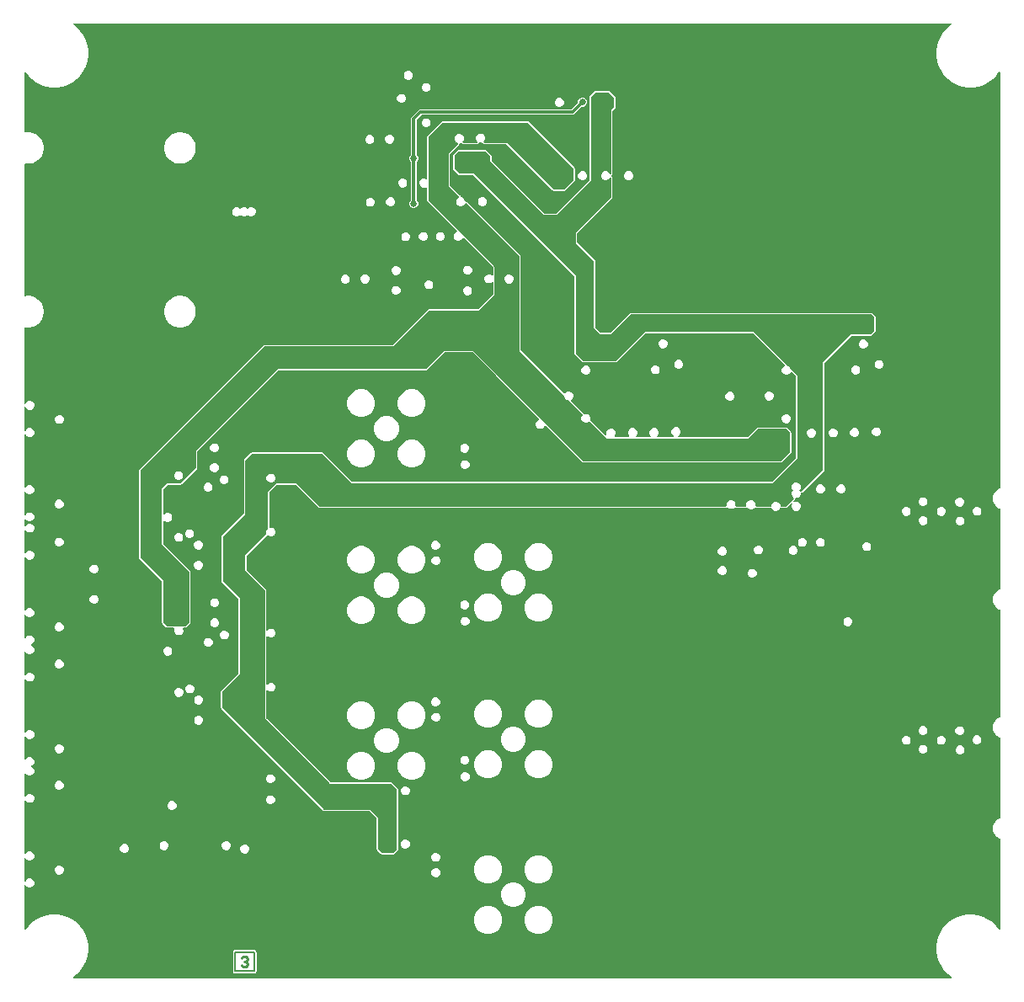
<source format=gbr>
G04*
G04 #@! TF.GenerationSoftware,Altium Limited,Altium Designer,23.7.1 (13)*
G04*
G04 Layer_Physical_Order=3*
G04 Layer_Color=1265191*
%FSAX43Y43*%
%MOMM*%
G71*
G04*
G04 #@! TF.SameCoordinates,32F7D0E7-751F-4841-97B5-8499A226923E*
G04*
G04*
G04 #@! TF.FilePolarity,Positive*
G04*
G01*
G75*
%ADD10C,0.254*%
%ADD12C,0.200*%
%ADD45C,0.300*%
%ADD58C,0.650*%
G36*
X0095127Y0097873D02*
X0094769Y0097612D01*
X0094388Y0097231D01*
X0094071Y0096795D01*
X0093826Y0096315D01*
X0093659Y0095802D01*
X0093575Y0095270D01*
Y0094730D01*
X0093659Y0094198D01*
X0093826Y0093685D01*
X0094071Y0093205D01*
X0094388Y0092769D01*
X0094769Y0092388D01*
X0095205Y0092071D01*
X0095685Y0091826D01*
X0096198Y0091659D01*
X0096730Y0091575D01*
X0097270D01*
X0097802Y0091659D01*
X0098315Y0091826D01*
X0098795Y0092071D01*
X0099231Y0092388D01*
X0099612Y0092769D01*
X0099873Y0093127D01*
X0100000Y0093086D01*
Y0051252D01*
X0099950Y0051239D01*
X0099700Y0051094D01*
X0099495Y0050889D01*
X0099350Y0050639D01*
X0099275Y0050359D01*
Y0050069D01*
X0099350Y0049789D01*
X0099495Y0049539D01*
X0099700Y0049334D01*
X0099950Y0049189D01*
X0100000Y0049176D01*
Y0041092D01*
X0099950Y0041079D01*
X0099700Y0040934D01*
X0099495Y0040729D01*
X0099350Y0040479D01*
X0099275Y0040199D01*
Y0039909D01*
X0099350Y0039629D01*
X0099495Y0039379D01*
X0099700Y0039174D01*
X0099950Y0039029D01*
X0100000Y0039016D01*
Y0028252D01*
X0099950Y0028239D01*
X0099700Y0028094D01*
X0099495Y0027889D01*
X0099350Y0027639D01*
X0099275Y0027359D01*
Y0027069D01*
X0099350Y0026789D01*
X0099495Y0026539D01*
X0099700Y0026334D01*
X0099950Y0026189D01*
X0100000Y0026176D01*
Y0018092D01*
X0099950Y0018079D01*
X0099700Y0017934D01*
X0099495Y0017729D01*
X0099350Y0017479D01*
X0099275Y0017199D01*
Y0016909D01*
X0099350Y0016629D01*
X0099495Y0016379D01*
X0099700Y0016174D01*
X0099950Y0016029D01*
X0100000Y0016016D01*
Y0006914D01*
X0099873Y0006873D01*
X0099612Y0007231D01*
X0099231Y0007612D01*
X0098795Y0007929D01*
X0098315Y0008174D01*
X0097802Y0008341D01*
X0097270Y0008425D01*
X0096730D01*
X0096198Y0008341D01*
X0095685Y0008174D01*
X0095205Y0007929D01*
X0094769Y0007612D01*
X0094388Y0007231D01*
X0094071Y0006795D01*
X0093826Y0006315D01*
X0093659Y0005802D01*
X0093575Y0005270D01*
Y0004730D01*
X0093659Y0004198D01*
X0093826Y0003685D01*
X0094071Y0003205D01*
X0094388Y0002769D01*
X0094769Y0002388D01*
X0095127Y0002127D01*
X0095086Y0002000D01*
X0006814Y0002000D01*
X0006773Y0002127D01*
X0007131Y0002388D01*
X0007512Y0002769D01*
X0007829Y0003205D01*
X0008074Y0003685D01*
X0008241Y0004198D01*
X0008325Y0004730D01*
Y0005270D01*
X0008241Y0005802D01*
X0008074Y0006315D01*
X0007829Y0006795D01*
X0007512Y0007231D01*
X0007131Y0007612D01*
X0006695Y0007929D01*
X0006215Y0008174D01*
X0005702Y0008341D01*
X0005170Y0008425D01*
X0004630D01*
X0004098Y0008341D01*
X0003585Y0008174D01*
X0003105Y0007929D01*
X0002669Y0007612D01*
X0002288Y0007231D01*
X0002027Y0006873D01*
X0001900Y0006914D01*
Y0011336D01*
X0002027Y0011362D01*
X0002052Y0011300D01*
X0002179Y0011174D01*
X0002344Y0011105D01*
X0002523D01*
X0002689Y0011174D01*
X0002815Y0011300D01*
X0002884Y0011466D01*
Y0011645D01*
X0002815Y0011810D01*
X0002689Y0011937D01*
X0002523Y0012005D01*
X0002344D01*
X0002179Y0011937D01*
X0002052Y0011810D01*
X0002027Y0011749D01*
X0001900Y0011774D01*
Y0014061D01*
X0002027Y0014087D01*
X0002052Y0014025D01*
X0002179Y0013899D01*
X0002344Y0013830D01*
X0002523D01*
X0002689Y0013899D01*
X0002815Y0014025D01*
X0002884Y0014191D01*
Y0014370D01*
X0002815Y0014535D01*
X0002689Y0014662D01*
X0002523Y0014730D01*
X0002344D01*
X0002179Y0014662D01*
X0002052Y0014535D01*
X0002027Y0014474D01*
X0001900Y0014499D01*
Y0019856D01*
X0002027Y0019882D01*
X0002052Y0019820D01*
X0002179Y0019694D01*
X0002344Y0019625D01*
X0002523D01*
X0002689Y0019694D01*
X0002815Y0019820D01*
X0002884Y0019986D01*
Y0020165D01*
X0002815Y0020330D01*
X0002689Y0020457D01*
X0002523Y0020525D01*
X0002344D01*
X0002179Y0020457D01*
X0002052Y0020330D01*
X0002027Y0020269D01*
X0001900Y0020294D01*
Y0022581D01*
X0002027Y0022607D01*
X0002052Y0022545D01*
X0002179Y0022419D01*
X0002344Y0022350D01*
X0002523D01*
X0002689Y0022419D01*
X0002815Y0022545D01*
X0002884Y0022711D01*
Y0022890D01*
X0002815Y0023055D01*
X0002689Y0023182D01*
X0002618Y0023211D01*
Y0023349D01*
X0002689Y0023378D01*
X0002815Y0023505D01*
X0002884Y0023670D01*
Y0023849D01*
X0002815Y0024015D01*
X0002689Y0024141D01*
X0002523Y0024210D01*
X0002344D01*
X0002179Y0024141D01*
X0002052Y0024015D01*
X0002027Y0023954D01*
X0001900Y0023979D01*
Y0026266D01*
X0002027Y0026291D01*
X0002052Y0026230D01*
X0002179Y0026103D01*
X0002344Y0026035D01*
X0002523D01*
X0002689Y0026103D01*
X0002815Y0026230D01*
X0002884Y0026395D01*
Y0026574D01*
X0002815Y0026740D01*
X0002689Y0026866D01*
X0002523Y0026935D01*
X0002344D01*
X0002179Y0026866D01*
X0002052Y0026740D01*
X0002027Y0026679D01*
X0001900Y0026704D01*
Y0032061D01*
X0002027Y0032086D01*
X0002052Y0032025D01*
X0002179Y0031898D01*
X0002344Y0031830D01*
X0002523D01*
X0002689Y0031898D01*
X0002815Y0032025D01*
X0002884Y0032190D01*
Y0032369D01*
X0002815Y0032535D01*
X0002689Y0032661D01*
X0002523Y0032730D01*
X0002344D01*
X0002179Y0032661D01*
X0002052Y0032535D01*
X0002027Y0032474D01*
X0001900Y0032499D01*
Y0034786D01*
X0002027Y0034811D01*
X0002052Y0034750D01*
X0002179Y0034623D01*
X0002344Y0034555D01*
X0002523D01*
X0002689Y0034623D01*
X0002815Y0034750D01*
X0002884Y0034915D01*
Y0035094D01*
X0002815Y0035260D01*
X0002689Y0035386D01*
X0002544Y0035446D01*
X0002541Y0035462D01*
Y0035558D01*
X0002544Y0035573D01*
X0002689Y0035633D01*
X0002815Y0035760D01*
X0002884Y0035925D01*
Y0036104D01*
X0002815Y0036270D01*
X0002689Y0036396D01*
X0002523Y0036465D01*
X0002344D01*
X0002179Y0036396D01*
X0002052Y0036270D01*
X0002027Y0036208D01*
X0001900Y0036234D01*
Y0038521D01*
X0002027Y0038546D01*
X0002052Y0038485D01*
X0002179Y0038358D01*
X0002344Y0038290D01*
X0002523D01*
X0002689Y0038358D01*
X0002815Y0038485D01*
X0002884Y0038650D01*
Y0038829D01*
X0002815Y0038995D01*
X0002689Y0039121D01*
X0002523Y0039190D01*
X0002344D01*
X0002179Y0039121D01*
X0002052Y0038995D01*
X0002027Y0038933D01*
X0001900Y0038959D01*
Y0044316D01*
X0002027Y0044341D01*
X0002052Y0044280D01*
X0002179Y0044153D01*
X0002344Y0044085D01*
X0002523D01*
X0002689Y0044153D01*
X0002815Y0044280D01*
X0002884Y0044445D01*
Y0044624D01*
X0002815Y0044790D01*
X0002689Y0044916D01*
X0002523Y0044985D01*
X0002344D01*
X0002179Y0044916D01*
X0002052Y0044790D01*
X0002027Y0044728D01*
X0001900Y0044754D01*
Y0047041D01*
X0002027Y0047066D01*
X0002052Y0047005D01*
X0002179Y0046878D01*
X0002344Y0046810D01*
X0002523D01*
X0002689Y0046878D01*
X0002815Y0047005D01*
X0002884Y0047170D01*
Y0047349D01*
X0002815Y0047515D01*
X0002689Y0047641D01*
X0002523Y0047710D01*
X0002344D01*
X0002179Y0047641D01*
X0002052Y0047515D01*
X0002027Y0047453D01*
X0001900Y0047479D01*
Y0048152D01*
X0002027Y0048177D01*
X0002052Y0048116D01*
X0002179Y0047990D01*
X0002344Y0047921D01*
X0002523D01*
X0002689Y0047990D01*
X0002815Y0048116D01*
X0002884Y0048282D01*
Y0048461D01*
X0002815Y0048626D01*
X0002689Y0048753D01*
X0002523Y0048821D01*
X0002344D01*
X0002179Y0048753D01*
X0002052Y0048626D01*
X0002027Y0048565D01*
X0001900Y0048590D01*
Y0050877D01*
X0002027Y0050902D01*
X0002052Y0050841D01*
X0002179Y0050715D01*
X0002344Y0050646D01*
X0002523D01*
X0002689Y0050715D01*
X0002815Y0050841D01*
X0002884Y0051007D01*
Y0051186D01*
X0002815Y0051351D01*
X0002689Y0051478D01*
X0002523Y0051546D01*
X0002344D01*
X0002179Y0051478D01*
X0002052Y0051351D01*
X0002027Y0051290D01*
X0001900Y0051315D01*
Y0056695D01*
X0002027Y0056720D01*
X0002069Y0056620D01*
X0002195Y0056494D01*
X0002360Y0056425D01*
X0002540D01*
X0002705Y0056494D01*
X0002831Y0056620D01*
X0002900Y0056785D01*
Y0056965D01*
X0002831Y0057130D01*
X0002705Y0057256D01*
X0002540Y0057325D01*
X0002360D01*
X0002195Y0057256D01*
X0002069Y0057130D01*
X0002027Y0057030D01*
X0001900Y0057055D01*
Y0059420D01*
X0002027Y0059445D01*
X0002069Y0059345D01*
X0002195Y0059219D01*
X0002360Y0059150D01*
X0002540D01*
X0002705Y0059219D01*
X0002831Y0059345D01*
X0002900Y0059510D01*
Y0059690D01*
X0002831Y0059855D01*
X0002705Y0059981D01*
X0002540Y0060050D01*
X0002360D01*
X0002195Y0059981D01*
X0002069Y0059855D01*
X0002027Y0059755D01*
X0001900Y0059780D01*
Y0067384D01*
X0001998Y0067464D01*
X0002094Y0067445D01*
X0002406D01*
X0002711Y0067506D01*
X0002998Y0067625D01*
X0003257Y0067798D01*
X0003477Y0068018D01*
X0003650Y0068277D01*
X0003769Y0068564D01*
X0003830Y0068869D01*
Y0069181D01*
X0003769Y0069486D01*
X0003650Y0069773D01*
X0003477Y0070032D01*
X0003257Y0070252D01*
X0002998Y0070425D01*
X0002711Y0070544D01*
X0002406Y0070605D01*
X0002094D01*
X0001998Y0070586D01*
X0001900Y0070666D01*
Y0083834D01*
X0001998Y0083914D01*
X0002094Y0083895D01*
X0002406D01*
X0002711Y0083956D01*
X0002998Y0084075D01*
X0003257Y0084248D01*
X0003477Y0084468D01*
X0003650Y0084727D01*
X0003769Y0085014D01*
X0003830Y0085319D01*
Y0085631D01*
X0003769Y0085936D01*
X0003650Y0086223D01*
X0003477Y0086482D01*
X0003257Y0086702D01*
X0002998Y0086875D01*
X0002711Y0086994D01*
X0002406Y0087055D01*
X0002094D01*
X0001998Y0087036D01*
X0001900Y0087116D01*
Y0093086D01*
X0002027Y0093127D01*
X0002288Y0092769D01*
X0002669Y0092388D01*
X0003105Y0092071D01*
X0003585Y0091826D01*
X0004098Y0091659D01*
X0004630Y0091575D01*
X0005170D01*
X0005702Y0091659D01*
X0006215Y0091826D01*
X0006695Y0092071D01*
X0007131Y0092388D01*
X0007512Y0092769D01*
X0007829Y0093205D01*
X0008074Y0093685D01*
X0008241Y0094198D01*
X0008325Y0094730D01*
Y0095270D01*
X0008241Y0095802D01*
X0008074Y0096315D01*
X0007829Y0096795D01*
X0007512Y0097231D01*
X0007131Y0097612D01*
X0006773Y0097873D01*
X0006814Y0098000D01*
X0095086D01*
X0095127Y0097873D01*
D02*
G37*
%LPC*%
G36*
X0040590Y0093225D02*
X0040410D01*
X0040245Y0093156D01*
X0040119Y0093030D01*
X0040050Y0092865D01*
Y0092685D01*
X0040119Y0092520D01*
X0040245Y0092394D01*
X0040410Y0092325D01*
X0040590D01*
X0040755Y0092394D01*
X0040881Y0092520D01*
X0040950Y0092685D01*
Y0092865D01*
X0040881Y0093030D01*
X0040755Y0093156D01*
X0040590Y0093225D01*
D02*
G37*
G36*
X0042390Y0092000D02*
X0042210D01*
X0042045Y0091931D01*
X0041919Y0091805D01*
X0041850Y0091640D01*
Y0091460D01*
X0041919Y0091295D01*
X0042045Y0091169D01*
X0042210Y0091100D01*
X0042390D01*
X0042555Y0091169D01*
X0042681Y0091295D01*
X0042750Y0091460D01*
Y0091640D01*
X0042681Y0091805D01*
X0042555Y0091931D01*
X0042390Y0092000D01*
D02*
G37*
G36*
X0039890Y0090900D02*
X0039710D01*
X0039545Y0090831D01*
X0039419Y0090705D01*
X0039350Y0090540D01*
Y0090360D01*
X0039419Y0090195D01*
X0039545Y0090069D01*
X0039710Y0090000D01*
X0039890D01*
X0040055Y0090069D01*
X0040181Y0090195D01*
X0040250Y0090360D01*
Y0090540D01*
X0040181Y0090705D01*
X0040055Y0090831D01*
X0039890Y0090900D01*
D02*
G37*
G36*
X0055776Y0090500D02*
X0055597D01*
X0055431Y0090431D01*
X0055305Y0090305D01*
X0055236Y0090140D01*
Y0089960D01*
X0055305Y0089795D01*
X0055431Y0089669D01*
X0055597Y0089600D01*
X0055776D01*
X0055941Y0089669D01*
X0056068Y0089795D01*
X0056136Y0089960D01*
Y0090140D01*
X0056068Y0090305D01*
X0055941Y0090431D01*
X0055776Y0090500D01*
D02*
G37*
G36*
X0042390Y0088450D02*
X0042210D01*
X0042045Y0088381D01*
X0041919Y0088255D01*
X0041850Y0088090D01*
Y0087910D01*
X0041919Y0087745D01*
X0042045Y0087619D01*
X0042210Y0087550D01*
X0042390D01*
X0042555Y0087619D01*
X0042681Y0087745D01*
X0042750Y0087910D01*
Y0088090D01*
X0042681Y0088255D01*
X0042555Y0088381D01*
X0042390Y0088450D01*
D02*
G37*
G36*
X0038715Y0086800D02*
X0038535D01*
X0038370Y0086731D01*
X0038244Y0086605D01*
X0038175Y0086440D01*
Y0086260D01*
X0038244Y0086095D01*
X0038370Y0085969D01*
X0038535Y0085900D01*
X0038715D01*
X0038880Y0085969D01*
X0039006Y0086095D01*
X0039075Y0086260D01*
Y0086440D01*
X0039006Y0086605D01*
X0038880Y0086731D01*
X0038715Y0086800D01*
D02*
G37*
G36*
X0036715Y0086775D02*
X0036535D01*
X0036370Y0086706D01*
X0036244Y0086580D01*
X0036175Y0086415D01*
Y0086235D01*
X0036244Y0086070D01*
X0036370Y0085944D01*
X0036535Y0085875D01*
X0036715D01*
X0036880Y0085944D01*
X0037006Y0086070D01*
X0037075Y0086235D01*
Y0086415D01*
X0037006Y0086580D01*
X0036880Y0086706D01*
X0036715Y0086775D01*
D02*
G37*
G36*
X0017706Y0087055D02*
X0017394D01*
X0017089Y0086994D01*
X0016802Y0086875D01*
X0016543Y0086702D01*
X0016323Y0086482D01*
X0016150Y0086223D01*
X0016031Y0085936D01*
X0015970Y0085631D01*
Y0085319D01*
X0016031Y0085014D01*
X0016150Y0084727D01*
X0016323Y0084468D01*
X0016543Y0084248D01*
X0016802Y0084075D01*
X0017089Y0083956D01*
X0017394Y0083895D01*
X0017706D01*
X0018011Y0083956D01*
X0018298Y0084075D01*
X0018557Y0084248D01*
X0018777Y0084468D01*
X0018950Y0084727D01*
X0019069Y0085014D01*
X0019130Y0085319D01*
Y0085631D01*
X0019069Y0085936D01*
X0018950Y0086223D01*
X0018777Y0086482D01*
X0018557Y0086702D01*
X0018298Y0086875D01*
X0018011Y0086994D01*
X0017706Y0087055D01*
D02*
G37*
G36*
X0062740Y0083125D02*
X0062560D01*
X0062395Y0083056D01*
X0062269Y0082930D01*
X0062200Y0082765D01*
Y0082585D01*
X0062269Y0082420D01*
X0062395Y0082294D01*
X0062560Y0082225D01*
X0062740D01*
X0062905Y0082294D01*
X0063031Y0082420D01*
X0063100Y0082585D01*
Y0082765D01*
X0063031Y0082930D01*
X0062905Y0083056D01*
X0062740Y0083125D01*
D02*
G37*
G36*
X0058090D02*
X0057910D01*
X0057745Y0083056D01*
X0057619Y0082930D01*
X0057550Y0082765D01*
Y0082585D01*
X0057619Y0082420D01*
X0057745Y0082294D01*
X0057910Y0082225D01*
X0058090D01*
X0058255Y0082294D01*
X0058381Y0082420D01*
X0058450Y0082585D01*
Y0082765D01*
X0058381Y0082930D01*
X0058255Y0083056D01*
X0058090Y0083125D01*
D02*
G37*
G36*
X0040015Y0082400D02*
X0039835D01*
X0039670Y0082331D01*
X0039544Y0082205D01*
X0039475Y0082040D01*
Y0081860D01*
X0039544Y0081695D01*
X0039670Y0081569D01*
X0039835Y0081500D01*
X0040015D01*
X0040180Y0081569D01*
X0040306Y0081695D01*
X0040375Y0081860D01*
Y0082040D01*
X0040306Y0082205D01*
X0040180Y0082331D01*
X0040015Y0082400D01*
D02*
G37*
G36*
X0052575Y0088135D02*
X0043900D01*
X0043804Y0088096D01*
X0042454Y0086746D01*
X0042415Y0086650D01*
Y0082413D01*
X0042288Y0082349D01*
X0042165Y0082400D01*
X0041985D01*
X0041820Y0082331D01*
X0041694Y0082205D01*
X0041625Y0082040D01*
Y0081860D01*
X0041694Y0081695D01*
X0041820Y0081569D01*
X0041985Y0081500D01*
X0042165D01*
X0042288Y0081551D01*
X0042415Y0081487D01*
Y0080175D01*
X0042454Y0080079D01*
X0045391Y0077142D01*
X0045353Y0077001D01*
X0045245Y0076956D01*
X0045119Y0076830D01*
X0045050Y0076665D01*
Y0076485D01*
X0045119Y0076320D01*
X0045245Y0076194D01*
X0045410Y0076125D01*
X0045590D01*
X0045755Y0076194D01*
X0045881Y0076320D01*
X0045926Y0076428D01*
X0046067Y0076466D01*
X0049040Y0073494D01*
Y0072701D01*
X0048913Y0072649D01*
X0048855Y0072706D01*
X0048690Y0072775D01*
X0048510D01*
X0048345Y0072706D01*
X0048219Y0072580D01*
X0048150Y0072415D01*
Y0072235D01*
X0048219Y0072070D01*
X0048345Y0071944D01*
X0048510Y0071875D01*
X0048690D01*
X0048855Y0071944D01*
X0048913Y0072001D01*
X0049040Y0071949D01*
Y0070781D01*
X0047519Y0069260D01*
X0042550D01*
X0042454Y0069221D01*
X0038894Y0065660D01*
X0026025D01*
X0025929Y0065621D01*
X0013454Y0053146D01*
X0013415Y0053050D01*
X0013415Y0044325D01*
X0013454Y0044229D01*
X0015715Y0041969D01*
Y0037750D01*
X0015754Y0037654D01*
X0016129Y0037279D01*
X0016225Y0037240D01*
X0016928D01*
X0017012Y0037113D01*
X0016975Y0037024D01*
Y0036845D01*
X0017044Y0036680D01*
X0017170Y0036553D01*
X0017335Y0036485D01*
X0017515D01*
X0017680Y0036553D01*
X0017806Y0036680D01*
X0017875Y0036845D01*
Y0037024D01*
X0017838Y0037113D01*
X0017922Y0037240D01*
X0018075D01*
X0018171Y0037279D01*
X0018571Y0037679D01*
X0018610Y0037775D01*
X0018610Y0042825D01*
X0018571Y0042921D01*
X0015835Y0045656D01*
Y0047974D01*
X0015962Y0048026D01*
X0016045Y0047944D01*
X0016210Y0047875D01*
X0016390D01*
X0016555Y0047944D01*
X0016681Y0048070D01*
X0016750Y0048235D01*
Y0048415D01*
X0016681Y0048580D01*
X0016555Y0048706D01*
X0016390Y0048775D01*
X0016210D01*
X0016045Y0048706D01*
X0015962Y0048624D01*
X0015835Y0048676D01*
Y0051144D01*
X0016306Y0051615D01*
X0017600D01*
X0017696Y0051654D01*
X0019246Y0053204D01*
X0019285Y0053300D01*
Y0054994D01*
X0027406Y0063115D01*
X0042300D01*
X0042396Y0063154D01*
X0044181Y0064940D01*
X0046994D01*
X0049344Y0062590D01*
X0049379Y0062504D01*
X0053641Y0058242D01*
X0053596Y0058108D01*
X0053470Y0058056D01*
X0053344Y0057930D01*
X0053275Y0057765D01*
Y0057585D01*
X0053344Y0057420D01*
X0053470Y0057294D01*
X0053635Y0057225D01*
X0053815D01*
X0053980Y0057294D01*
X0054106Y0057420D01*
X0054158Y0057546D01*
X0054292Y0057591D01*
X0058004Y0053879D01*
X0058100Y0053840D01*
X0077925D01*
X0078021Y0053879D01*
X0078971Y0054829D01*
X0079010Y0054925D01*
Y0056850D01*
X0078971Y0056946D01*
X0078596Y0057321D01*
X0078500Y0057360D01*
X0075650D01*
X0075554Y0057321D01*
X0074644Y0056410D01*
X0067605D01*
X0067580Y0056537D01*
X0067655Y0056569D01*
X0067781Y0056695D01*
X0067850Y0056860D01*
Y0057040D01*
X0067781Y0057205D01*
X0067655Y0057331D01*
X0067490Y0057400D01*
X0067310D01*
X0067145Y0057331D01*
X0067019Y0057205D01*
X0066950Y0057040D01*
Y0056860D01*
X0067019Y0056695D01*
X0067145Y0056569D01*
X0067220Y0056537D01*
X0067195Y0056410D01*
X0065551D01*
X0065499Y0056537D01*
X0065581Y0056620D01*
X0065650Y0056785D01*
Y0056965D01*
X0065581Y0057130D01*
X0065455Y0057256D01*
X0065290Y0057325D01*
X0065110D01*
X0064945Y0057256D01*
X0064819Y0057130D01*
X0064750Y0056965D01*
Y0056785D01*
X0064819Y0056620D01*
X0064901Y0056537D01*
X0064849Y0056410D01*
X0063426D01*
X0063374Y0056537D01*
X0063431Y0056595D01*
X0063500Y0056760D01*
Y0056940D01*
X0063431Y0057105D01*
X0063305Y0057231D01*
X0063140Y0057300D01*
X0062960D01*
X0062795Y0057231D01*
X0062669Y0057105D01*
X0062600Y0056940D01*
Y0056760D01*
X0062669Y0056595D01*
X0062726Y0056537D01*
X0062674Y0056410D01*
X0061276D01*
X0061224Y0056537D01*
X0061256Y0056570D01*
X0061325Y0056735D01*
Y0056915D01*
X0061256Y0057080D01*
X0061130Y0057206D01*
X0060965Y0057275D01*
X0060785D01*
X0060620Y0057206D01*
X0060494Y0057080D01*
X0060425Y0056915D01*
Y0056735D01*
X0060471Y0056625D01*
X0060363Y0056553D01*
X0058814Y0058102D01*
X0058814Y0058102D01*
X0058773Y0058120D01*
X0058800Y0058185D01*
Y0058365D01*
X0058731Y0058530D01*
X0058605Y0058656D01*
X0058440Y0058725D01*
X0058260D01*
X0058195Y0058698D01*
X0058177Y0058739D01*
X0058177Y0058739D01*
X0056858Y0060058D01*
X0056880Y0060169D01*
X0057006Y0060295D01*
X0057075Y0060460D01*
Y0060640D01*
X0057006Y0060805D01*
X0056880Y0060931D01*
X0056715Y0061000D01*
X0056535D01*
X0056370Y0060931D01*
X0056244Y0060805D01*
X0056133Y0060783D01*
X0051785Y0065131D01*
Y0074575D01*
X0051746Y0074671D01*
X0046412Y0080005D01*
X0046399Y0080010D01*
X0046391Y0080021D01*
X0046353Y0080029D01*
X0046316Y0080044D01*
X0046242Y0080081D01*
X0046200Y0080115D01*
Y0080140D01*
X0046131Y0080305D01*
X0046005Y0080431D01*
X0045840Y0080500D01*
X0045815D01*
X0045781Y0080542D01*
X0045744Y0080616D01*
X0045729Y0080653D01*
X0045721Y0080691D01*
X0045710Y0080699D01*
X0045705Y0080712D01*
X0044685Y0081731D01*
Y0084894D01*
X0045562Y0085771D01*
X0045567Y0085783D01*
X0045579Y0085791D01*
X0045586Y0085830D01*
X0045602Y0085866D01*
X0045665Y0085973D01*
X0045667Y0085975D01*
X0045715D01*
X0045856Y0086033D01*
X0045891Y0085948D01*
X0045910Y0085929D01*
X0045920Y0085904D01*
X0045945Y0085894D01*
X0045964Y0085875D01*
X0045991D01*
X0046016Y0085865D01*
X0047439D01*
X0047466Y0085876D01*
X0047495Y0085877D01*
X0047512Y0085895D01*
X0047535Y0085904D01*
X0047546Y0085931D01*
X0047566Y0085953D01*
X0047575Y0085977D01*
X0047685Y0086025D01*
X0047865D01*
X0047975Y0085977D01*
X0047984Y0085953D01*
X0048004Y0085931D01*
X0048015Y0085904D01*
X0048038Y0085895D01*
X0048055Y0085877D01*
X0048084Y0085876D01*
X0048111Y0085865D01*
X0050344D01*
X0055029Y0081179D01*
X0055125Y0081140D01*
X0056200D01*
X0056296Y0081179D01*
X0057221Y0082104D01*
X0057260Y0082200D01*
Y0083450D01*
X0057221Y0083546D01*
X0052671Y0088096D01*
X0052575Y0088135D01*
D02*
G37*
G36*
X0048040Y0080525D02*
X0047860D01*
X0047695Y0080456D01*
X0047569Y0080330D01*
X0047500Y0080165D01*
Y0079985D01*
X0047569Y0079820D01*
X0047695Y0079694D01*
X0047860Y0079625D01*
X0048040D01*
X0048205Y0079694D01*
X0048331Y0079820D01*
X0048400Y0079985D01*
Y0080165D01*
X0048331Y0080330D01*
X0048205Y0080456D01*
X0048040Y0080525D01*
D02*
G37*
G36*
X0038790Y0080500D02*
X0038610D01*
X0038445Y0080431D01*
X0038319Y0080305D01*
X0038250Y0080140D01*
Y0079960D01*
X0038319Y0079795D01*
X0038445Y0079669D01*
X0038610Y0079600D01*
X0038790D01*
X0038955Y0079669D01*
X0039081Y0079795D01*
X0039150Y0079960D01*
Y0080140D01*
X0039081Y0080305D01*
X0038955Y0080431D01*
X0038790Y0080500D01*
D02*
G37*
G36*
X0036790Y0080475D02*
X0036610D01*
X0036445Y0080406D01*
X0036319Y0080280D01*
X0036250Y0080115D01*
Y0079935D01*
X0036319Y0079770D01*
X0036445Y0079644D01*
X0036610Y0079575D01*
X0036790D01*
X0036955Y0079644D01*
X0037081Y0079770D01*
X0037150Y0079935D01*
Y0080115D01*
X0037081Y0080280D01*
X0036955Y0080406D01*
X0036790Y0080475D01*
D02*
G37*
G36*
X0058090Y0090525D02*
X0057910D01*
X0057745Y0090456D01*
X0057619Y0090330D01*
X0057550Y0090165D01*
Y0090022D01*
X0056909Y0089380D01*
X0041725D01*
X0041618Y0089359D01*
X0041527Y0089298D01*
X0041527Y0089298D01*
X0040836Y0088607D01*
X0040775Y0088516D01*
X0040754Y0088409D01*
X0040770Y0088328D01*
Y0084781D01*
X0040669Y0084680D01*
X0040600Y0084515D01*
Y0084335D01*
X0040669Y0084170D01*
X0040770Y0084069D01*
Y0080231D01*
X0040669Y0080130D01*
X0040600Y0079965D01*
Y0079785D01*
X0040669Y0079620D01*
X0040795Y0079494D01*
X0040960Y0079425D01*
X0041140D01*
X0041305Y0079494D01*
X0041431Y0079620D01*
X0041500Y0079785D01*
Y0079965D01*
X0041431Y0080130D01*
X0041330Y0080231D01*
Y0084069D01*
X0041431Y0084170D01*
X0041500Y0084335D01*
Y0084515D01*
X0041431Y0084680D01*
X0041330Y0084781D01*
Y0088309D01*
X0041841Y0088820D01*
X0057025D01*
X0057132Y0088841D01*
X0057223Y0088902D01*
X0057947Y0089625D01*
X0058090D01*
X0058255Y0089694D01*
X0058381Y0089820D01*
X0058450Y0089985D01*
Y0090165D01*
X0058381Y0090330D01*
X0058255Y0090456D01*
X0058090Y0090525D01*
D02*
G37*
G36*
X0024790Y0079525D02*
X0024610D01*
X0024445Y0079456D01*
X0024337Y0079349D01*
X0024230Y0079456D01*
X0024065Y0079525D01*
X0023885D01*
X0023720Y0079456D01*
X0023594Y0079330D01*
X0023583Y0079328D01*
X0023480Y0079431D01*
X0023315Y0079500D01*
X0023135D01*
X0022970Y0079431D01*
X0022844Y0079305D01*
X0022775Y0079140D01*
Y0078960D01*
X0022844Y0078795D01*
X0022970Y0078669D01*
X0023135Y0078600D01*
X0023315D01*
X0023480Y0078669D01*
X0023606Y0078795D01*
X0023617Y0078797D01*
X0023720Y0078694D01*
X0023885Y0078625D01*
X0024065D01*
X0024230Y0078694D01*
X0024337Y0078801D01*
X0024445Y0078694D01*
X0024610Y0078625D01*
X0024790D01*
X0024955Y0078694D01*
X0025081Y0078820D01*
X0025150Y0078985D01*
Y0079165D01*
X0025081Y0079330D01*
X0024955Y0079456D01*
X0024790Y0079525D01*
D02*
G37*
G36*
X0060675Y0091210D02*
X0059300D01*
X0059204Y0091171D01*
X0058779Y0090746D01*
X0058740Y0090650D01*
Y0082206D01*
X0055394Y0078860D01*
X0054206D01*
X0048885Y0084181D01*
Y0084650D01*
X0048846Y0084746D01*
X0048371Y0085221D01*
X0048275Y0085260D01*
X0045552D01*
X0045505Y0085241D01*
X0045457Y0085221D01*
X0045076Y0084844D01*
X0045056Y0084797D01*
X0045035Y0084749D01*
X0045020Y0083375D01*
X0045020Y0083374D01*
X0045020Y0083374D01*
X0045039Y0083326D01*
X0045058Y0083279D01*
X0045058Y0083279D01*
X0045059Y0083278D01*
X0045551Y0082780D01*
X0045552Y0082780D01*
X0045552Y0082779D01*
X0045599Y0082760D01*
X0045647Y0082740D01*
X0045647Y0082740D01*
X0045647Y0082740D01*
X0047019D01*
X0057190Y0072569D01*
Y0064825D01*
X0057229Y0064729D01*
X0058004Y0063954D01*
X0058100Y0063915D01*
X0061350D01*
X0061446Y0063954D01*
X0064356Y0066865D01*
X0075169Y0066865D01*
X0078366Y0063667D01*
X0078335Y0063519D01*
X0078245Y0063481D01*
X0078119Y0063355D01*
X0078050Y0063190D01*
Y0063010D01*
X0078119Y0062845D01*
X0078245Y0062719D01*
X0078410Y0062650D01*
X0078590D01*
X0078755Y0062719D01*
X0078881Y0062845D01*
X0078919Y0062935D01*
X0079067Y0062966D01*
X0079444Y0062590D01*
X0079444Y0062590D01*
X0079444Y0062590D01*
X0079446Y0062587D01*
X0079490Y0062544D01*
X0079490Y0062473D01*
X0079490Y0054306D01*
X0077069Y0051885D01*
X0034856Y0051885D01*
X0031921Y0054821D01*
X0031825Y0054860D01*
X0024750D01*
X0024654Y0054821D01*
X0024004Y0054171D01*
X0023965Y0054075D01*
Y0048681D01*
X0021754Y0046471D01*
X0021715Y0046375D01*
Y0041925D01*
X0021754Y0041829D01*
X0023415Y0040169D01*
Y0032631D01*
X0021679Y0030896D01*
X0021640Y0030800D01*
Y0029200D01*
X0021679Y0029104D01*
X0031954Y0018829D01*
X0032050Y0018790D01*
X0036644Y0018790D01*
X0037315Y0018119D01*
Y0014975D01*
X0037354Y0014879D01*
X0037754Y0014479D01*
X0037850Y0014440D01*
X0039000D01*
X0039096Y0014479D01*
X0039446Y0014829D01*
X0039485Y0014925D01*
Y0020975D01*
X0039446Y0021071D01*
X0038896Y0021621D01*
X0038800Y0021660D01*
X0032706D01*
X0026210Y0028156D01*
Y0030750D01*
Y0030947D01*
X0026248Y0030967D01*
X0026337Y0030986D01*
X0026445Y0030878D01*
X0026610Y0030810D01*
X0026790D01*
X0026955Y0030878D01*
X0027081Y0031005D01*
X0027150Y0031170D01*
Y0031349D01*
X0027081Y0031514D01*
X0026955Y0031641D01*
X0026790Y0031710D01*
X0026610D01*
X0026445Y0031641D01*
X0026337Y0031533D01*
X0026248Y0031552D01*
X0026210Y0031572D01*
Y0036372D01*
X0026248Y0036392D01*
X0026337Y0036411D01*
X0026445Y0036303D01*
X0026610Y0036235D01*
X0026790D01*
X0026955Y0036303D01*
X0027081Y0036430D01*
X0027150Y0036595D01*
Y0036774D01*
X0027081Y0036939D01*
X0026955Y0037066D01*
X0026790Y0037135D01*
X0026610D01*
X0026445Y0037066D01*
X0026337Y0036958D01*
X0026248Y0036977D01*
X0026210Y0036997D01*
Y0041000D01*
X0026171Y0041096D01*
X0024260Y0043006D01*
Y0044469D01*
X0026340Y0046549D01*
X0026420Y0046469D01*
X0026585Y0046400D01*
X0026765D01*
X0026930Y0046469D01*
X0027056Y0046595D01*
X0027125Y0046760D01*
Y0046940D01*
X0027056Y0047105D01*
X0026930Y0047231D01*
X0026765Y0047300D01*
X0026585D01*
X0026535Y0047334D01*
X0026535Y0050869D01*
X0027281Y0051615D01*
X0029219D01*
X0031504Y0049329D01*
X0031600Y0049290D01*
X0072431Y0049290D01*
X0072444Y0049295D01*
X0072458Y0049292D01*
X0072491Y0049314D01*
X0072527Y0049329D01*
X0072641Y0049293D01*
X0072653Y0049285D01*
X0072695Y0049244D01*
X0072860Y0049175D01*
X0073040D01*
X0073205Y0049244D01*
X0073247Y0049285D01*
X0073259Y0049293D01*
X0073373Y0049329D01*
X0073409Y0049314D01*
X0073442Y0049292D01*
X0073456Y0049295D01*
X0073469Y0049290D01*
X0074443D01*
X0074456Y0049295D01*
X0074469Y0049292D01*
X0074539Y0049329D01*
X0074644Y0049269D01*
X0074645Y0049269D01*
X0074695Y0049219D01*
X0074860Y0049150D01*
X0075040D01*
X0075205Y0049219D01*
X0075270Y0049284D01*
X0075286Y0049292D01*
X0075386Y0049326D01*
X0075451Y0049303D01*
X0075470Y0049291D01*
X0075481Y0049294D01*
X0075492Y0049290D01*
X0077000D01*
X0077025Y0049300D01*
X0077069Y0049195D01*
X0077195Y0049069D01*
X0077360Y0049000D01*
X0077540D01*
X0077705Y0049069D01*
X0077831Y0049195D01*
X0077875Y0049300D01*
X0077900Y0049290D01*
X0078475D01*
X0078571Y0049329D01*
X0079024Y0049782D01*
X0079119Y0049705D01*
X0079050Y0049540D01*
Y0049360D01*
X0079119Y0049195D01*
X0079245Y0049069D01*
X0079410Y0049000D01*
X0079590D01*
X0079755Y0049069D01*
X0079881Y0049195D01*
X0079950Y0049360D01*
Y0049540D01*
X0079881Y0049705D01*
X0079755Y0049831D01*
X0079590Y0049900D01*
X0079410D01*
X0079245Y0049831D01*
X0079168Y0049926D01*
X0079358Y0050116D01*
X0079363Y0050129D01*
X0079374Y0050137D01*
X0079382Y0050175D01*
X0079397Y0050212D01*
X0079508Y0050275D01*
X0079565D01*
X0079730Y0050344D01*
X0079856Y0050470D01*
X0079925Y0050635D01*
Y0050693D01*
X0079946Y0050741D01*
X0079997Y0050812D01*
X0080036Y0050828D01*
X0080078Y0050838D01*
X0080083Y0050848D01*
X0080093Y0050852D01*
X0082296Y0053054D01*
X0082335Y0053150D01*
Y0063869D01*
X0085031Y0066565D01*
X0086975D01*
X0087071Y0066604D01*
X0087421Y0066954D01*
X0087460Y0067050D01*
Y0068475D01*
X0087421Y0068571D01*
X0087133Y0068858D01*
X0087037Y0068898D01*
X0076488D01*
X0076457Y0068885D01*
X0062850D01*
X0062754Y0068846D01*
X0060819Y0066910D01*
X0059831D01*
X0059310Y0067431D01*
Y0074075D01*
X0059271Y0074171D01*
X0057460Y0075981D01*
Y0076919D01*
X0060971Y0080429D01*
X0061010Y0080525D01*
Y0082495D01*
X0060995Y0082531D01*
X0060987Y0082570D01*
X0060976Y0082578D01*
X0060971Y0082591D01*
X0060937Y0082605D01*
X0060930Y0082626D01*
Y0082724D01*
X0060937Y0082745D01*
X0060971Y0082759D01*
X0060976Y0082772D01*
X0060987Y0082780D01*
X0060995Y0082819D01*
X0061010Y0082855D01*
Y0089219D01*
X0061296Y0089504D01*
X0061335Y0089600D01*
Y0090550D01*
X0061296Y0090646D01*
X0060771Y0091171D01*
X0060675Y0091210D01*
D02*
G37*
G36*
X0043815Y0077025D02*
X0043635D01*
X0043470Y0076956D01*
X0043344Y0076830D01*
X0043275Y0076665D01*
Y0076485D01*
X0043344Y0076320D01*
X0043470Y0076194D01*
X0043635Y0076125D01*
X0043815D01*
X0043980Y0076194D01*
X0044106Y0076320D01*
X0044175Y0076485D01*
Y0076665D01*
X0044106Y0076830D01*
X0043980Y0076956D01*
X0043815Y0077025D01*
D02*
G37*
G36*
X0042090D02*
X0041910D01*
X0041745Y0076956D01*
X0041619Y0076830D01*
X0041550Y0076665D01*
Y0076485D01*
X0041619Y0076320D01*
X0041745Y0076194D01*
X0041910Y0076125D01*
X0042090D01*
X0042255Y0076194D01*
X0042381Y0076320D01*
X0042450Y0076485D01*
Y0076665D01*
X0042381Y0076830D01*
X0042255Y0076956D01*
X0042090Y0077025D01*
D02*
G37*
G36*
X0040340Y0077000D02*
X0040160D01*
X0039995Y0076931D01*
X0039869Y0076805D01*
X0039800Y0076640D01*
Y0076460D01*
X0039869Y0076295D01*
X0039995Y0076169D01*
X0040160Y0076100D01*
X0040340D01*
X0040505Y0076169D01*
X0040631Y0076295D01*
X0040700Y0076460D01*
Y0076640D01*
X0040631Y0076805D01*
X0040505Y0076931D01*
X0040340Y0077000D01*
D02*
G37*
G36*
X0046565Y0073625D02*
X0046385D01*
X0046220Y0073556D01*
X0046094Y0073430D01*
X0046025Y0073265D01*
Y0073085D01*
X0046094Y0072920D01*
X0046220Y0072794D01*
X0046385Y0072725D01*
X0046565D01*
X0046730Y0072794D01*
X0046856Y0072920D01*
X0046925Y0073085D01*
Y0073265D01*
X0046856Y0073430D01*
X0046730Y0073556D01*
X0046565Y0073625D01*
D02*
G37*
G36*
X0039365Y0073600D02*
X0039185D01*
X0039020Y0073531D01*
X0038894Y0073405D01*
X0038825Y0073240D01*
Y0073060D01*
X0038894Y0072895D01*
X0039020Y0072769D01*
X0039185Y0072700D01*
X0039365D01*
X0039530Y0072769D01*
X0039656Y0072895D01*
X0039725Y0073060D01*
Y0073240D01*
X0039656Y0073405D01*
X0039530Y0073531D01*
X0039365Y0073600D01*
D02*
G37*
G36*
X0036240Y0072750D02*
X0036060D01*
X0035895Y0072681D01*
X0035769Y0072555D01*
X0035700Y0072390D01*
Y0072210D01*
X0035769Y0072045D01*
X0035895Y0071919D01*
X0036060Y0071850D01*
X0036240D01*
X0036405Y0071919D01*
X0036531Y0072045D01*
X0036600Y0072210D01*
Y0072390D01*
X0036531Y0072555D01*
X0036405Y0072681D01*
X0036240Y0072750D01*
D02*
G37*
G36*
X0034265Y0072725D02*
X0034085D01*
X0033920Y0072656D01*
X0033794Y0072530D01*
X0033725Y0072365D01*
Y0072185D01*
X0033794Y0072020D01*
X0033920Y0071894D01*
X0034085Y0071825D01*
X0034265D01*
X0034430Y0071894D01*
X0034556Y0072020D01*
X0034625Y0072185D01*
Y0072365D01*
X0034556Y0072530D01*
X0034430Y0072656D01*
X0034265Y0072725D01*
D02*
G37*
G36*
X0042640Y0072175D02*
X0042460D01*
X0042295Y0072106D01*
X0042169Y0071980D01*
X0042100Y0071815D01*
Y0071635D01*
X0042169Y0071470D01*
X0042295Y0071344D01*
X0042460Y0071275D01*
X0042640D01*
X0042805Y0071344D01*
X0042931Y0071470D01*
X0043000Y0071635D01*
Y0071815D01*
X0042931Y0071980D01*
X0042805Y0072106D01*
X0042640Y0072175D01*
D02*
G37*
G36*
X0039365Y0071600D02*
X0039185D01*
X0039020Y0071531D01*
X0038894Y0071405D01*
X0038825Y0071240D01*
Y0071060D01*
X0038894Y0070895D01*
X0039020Y0070769D01*
X0039185Y0070700D01*
X0039365D01*
X0039530Y0070769D01*
X0039656Y0070895D01*
X0039725Y0071060D01*
Y0071240D01*
X0039656Y0071405D01*
X0039530Y0071531D01*
X0039365Y0071600D01*
D02*
G37*
G36*
X0046540Y0071575D02*
X0046360D01*
X0046195Y0071506D01*
X0046069Y0071380D01*
X0046000Y0071215D01*
Y0071035D01*
X0046069Y0070870D01*
X0046195Y0070744D01*
X0046360Y0070675D01*
X0046540D01*
X0046705Y0070744D01*
X0046831Y0070870D01*
X0046900Y0071035D01*
Y0071215D01*
X0046831Y0071380D01*
X0046705Y0071506D01*
X0046540Y0071575D01*
D02*
G37*
G36*
X0017706Y0070605D02*
X0017394D01*
X0017089Y0070544D01*
X0016802Y0070425D01*
X0016543Y0070252D01*
X0016323Y0070032D01*
X0016150Y0069773D01*
X0016031Y0069486D01*
X0015970Y0069181D01*
Y0068869D01*
X0016031Y0068564D01*
X0016150Y0068277D01*
X0016323Y0068018D01*
X0016543Y0067798D01*
X0016802Y0067625D01*
X0017089Y0067506D01*
X0017394Y0067445D01*
X0017706D01*
X0018011Y0067506D01*
X0018298Y0067625D01*
X0018557Y0067798D01*
X0018777Y0068018D01*
X0018950Y0068277D01*
X0019069Y0068564D01*
X0019130Y0068869D01*
Y0069181D01*
X0019069Y0069486D01*
X0018950Y0069773D01*
X0018777Y0070032D01*
X0018557Y0070252D01*
X0018298Y0070425D01*
X0018011Y0070544D01*
X0017706Y0070605D01*
D02*
G37*
G36*
X0066190Y0066225D02*
X0066010D01*
X0065845Y0066156D01*
X0065718Y0066030D01*
X0065650Y0065865D01*
Y0065685D01*
X0065718Y0065520D01*
X0065845Y0065394D01*
X0066010Y0065325D01*
X0066190D01*
X0066355Y0065394D01*
X0066481Y0065520D01*
X0066550Y0065685D01*
Y0065865D01*
X0066481Y0066030D01*
X0066355Y0066156D01*
X0066190Y0066225D01*
D02*
G37*
G36*
X0086340Y0066200D02*
X0086160D01*
X0085995Y0066131D01*
X0085868Y0066005D01*
X0085800Y0065840D01*
Y0065660D01*
X0085868Y0065495D01*
X0085995Y0065369D01*
X0086160Y0065300D01*
X0086340D01*
X0086505Y0065369D01*
X0086631Y0065495D01*
X0086700Y0065660D01*
Y0065840D01*
X0086631Y0066005D01*
X0086505Y0066131D01*
X0086340Y0066200D01*
D02*
G37*
G36*
X0067765Y0064175D02*
X0067585D01*
X0067420Y0064106D01*
X0067294Y0063980D01*
X0067225Y0063815D01*
Y0063635D01*
X0067294Y0063470D01*
X0067420Y0063344D01*
X0067585Y0063275D01*
X0067765D01*
X0067930Y0063344D01*
X0068056Y0063470D01*
X0068125Y0063635D01*
Y0063815D01*
X0068056Y0063980D01*
X0067930Y0064106D01*
X0067765Y0064175D01*
D02*
G37*
G36*
X0087915Y0064150D02*
X0087735D01*
X0087570Y0064081D01*
X0087443Y0063955D01*
X0087375Y0063790D01*
Y0063610D01*
X0087443Y0063445D01*
X0087570Y0063319D01*
X0087735Y0063250D01*
X0087915D01*
X0088080Y0063319D01*
X0088206Y0063445D01*
X0088275Y0063610D01*
Y0063790D01*
X0088206Y0063955D01*
X0088080Y0064081D01*
X0087915Y0064150D01*
D02*
G37*
G36*
X0065413Y0063619D02*
X0065234D01*
X0065069Y0063550D01*
X0064942Y0063424D01*
X0064874Y0063258D01*
Y0063079D01*
X0064942Y0062914D01*
X0065069Y0062787D01*
X0065234Y0062719D01*
X0065413D01*
X0065578Y0062787D01*
X0065705Y0062914D01*
X0065774Y0063079D01*
Y0063258D01*
X0065705Y0063424D01*
X0065578Y0063550D01*
X0065413Y0063619D01*
D02*
G37*
G36*
X0085563Y0063594D02*
X0085384D01*
X0085219Y0063525D01*
X0085092Y0063399D01*
X0085024Y0063233D01*
Y0063054D01*
X0085092Y0062889D01*
X0085219Y0062762D01*
X0085384Y0062694D01*
X0085563D01*
X0085728Y0062762D01*
X0085855Y0062889D01*
X0085924Y0063054D01*
Y0063233D01*
X0085855Y0063399D01*
X0085728Y0063525D01*
X0085563Y0063594D01*
D02*
G37*
G36*
X0058440Y0063575D02*
X0058260D01*
X0058095Y0063506D01*
X0057969Y0063380D01*
X0057900Y0063215D01*
Y0063035D01*
X0057969Y0062870D01*
X0058095Y0062744D01*
X0058260Y0062675D01*
X0058440D01*
X0058605Y0062744D01*
X0058731Y0062870D01*
X0058800Y0063035D01*
Y0063215D01*
X0058731Y0063380D01*
X0058605Y0063506D01*
X0058440Y0063575D01*
D02*
G37*
G36*
X0076865Y0060975D02*
X0076685D01*
X0076520Y0060906D01*
X0076394Y0060780D01*
X0076325Y0060615D01*
Y0060435D01*
X0076394Y0060270D01*
X0076520Y0060144D01*
X0076685Y0060075D01*
X0076865D01*
X0077030Y0060144D01*
X0077156Y0060270D01*
X0077225Y0060435D01*
Y0060615D01*
X0077156Y0060780D01*
X0077030Y0060906D01*
X0076865Y0060975D01*
D02*
G37*
G36*
X0072915Y0060950D02*
X0072735D01*
X0072570Y0060881D01*
X0072444Y0060755D01*
X0072375Y0060590D01*
Y0060410D01*
X0072444Y0060245D01*
X0072570Y0060119D01*
X0072735Y0060050D01*
X0072915D01*
X0073080Y0060119D01*
X0073206Y0060245D01*
X0073275Y0060410D01*
Y0060590D01*
X0073206Y0060755D01*
X0073080Y0060881D01*
X0072915Y0060950D01*
D02*
G37*
G36*
X0041024Y0061205D02*
X0040656D01*
X0040300Y0061110D01*
X0039980Y0060925D01*
X0039720Y0060665D01*
X0039535Y0060345D01*
X0039440Y0059989D01*
Y0059621D01*
X0039535Y0059265D01*
X0039720Y0058945D01*
X0039980Y0058685D01*
X0040300Y0058500D01*
X0040656Y0058405D01*
X0041024D01*
X0041380Y0058500D01*
X0041700Y0058685D01*
X0041960Y0058945D01*
X0042145Y0059265D01*
X0042240Y0059621D01*
Y0059989D01*
X0042145Y0060345D01*
X0041960Y0060665D01*
X0041700Y0060925D01*
X0041380Y0061110D01*
X0041024Y0061205D01*
D02*
G37*
G36*
X0035944D02*
X0035576D01*
X0035220Y0061110D01*
X0034900Y0060925D01*
X0034640Y0060665D01*
X0034455Y0060345D01*
X0034360Y0059989D01*
Y0059621D01*
X0034455Y0059265D01*
X0034640Y0058945D01*
X0034900Y0058685D01*
X0035220Y0058500D01*
X0035576Y0058405D01*
X0035944D01*
X0036300Y0058500D01*
X0036620Y0058685D01*
X0036880Y0058945D01*
X0037065Y0059265D01*
X0037160Y0059621D01*
Y0059989D01*
X0037065Y0060345D01*
X0036880Y0060665D01*
X0036620Y0060925D01*
X0036300Y0061110D01*
X0035944Y0061205D01*
D02*
G37*
G36*
X0078590Y0058700D02*
X0078410D01*
X0078245Y0058631D01*
X0078119Y0058505D01*
X0078050Y0058340D01*
Y0058160D01*
X0078119Y0057995D01*
X0078245Y0057869D01*
X0078410Y0057800D01*
X0078590D01*
X0078755Y0057869D01*
X0078881Y0057995D01*
X0078950Y0058160D01*
Y0058340D01*
X0078881Y0058505D01*
X0078755Y0058631D01*
X0078590Y0058700D01*
D02*
G37*
G36*
X0005515Y0058625D02*
X0005335D01*
X0005170Y0058556D01*
X0005044Y0058430D01*
X0004975Y0058265D01*
Y0058085D01*
X0005044Y0057920D01*
X0005170Y0057794D01*
X0005335Y0057725D01*
X0005515D01*
X0005680Y0057794D01*
X0005806Y0057920D01*
X0005875Y0058085D01*
Y0058265D01*
X0005806Y0058430D01*
X0005680Y0058556D01*
X0005515Y0058625D01*
D02*
G37*
G36*
X0087640Y0057375D02*
X0087460D01*
X0087295Y0057306D01*
X0087169Y0057180D01*
X0087100Y0057015D01*
Y0056835D01*
X0087169Y0056670D01*
X0087295Y0056544D01*
X0087460Y0056475D01*
X0087640D01*
X0087805Y0056544D01*
X0087931Y0056670D01*
X0088000Y0056835D01*
Y0057015D01*
X0087931Y0057180D01*
X0087805Y0057306D01*
X0087640Y0057375D01*
D02*
G37*
G36*
X0085440Y0057300D02*
X0085260D01*
X0085095Y0057231D01*
X0084969Y0057105D01*
X0084900Y0056940D01*
Y0056760D01*
X0084969Y0056595D01*
X0085095Y0056469D01*
X0085260Y0056400D01*
X0085440D01*
X0085605Y0056469D01*
X0085731Y0056595D01*
X0085800Y0056760D01*
Y0056940D01*
X0085731Y0057105D01*
X0085605Y0057231D01*
X0085440Y0057300D01*
D02*
G37*
G36*
X0083290Y0057275D02*
X0083110D01*
X0082945Y0057206D01*
X0082819Y0057080D01*
X0082750Y0056915D01*
Y0056735D01*
X0082819Y0056570D01*
X0082945Y0056444D01*
X0083110Y0056375D01*
X0083290D01*
X0083455Y0056444D01*
X0083581Y0056570D01*
X0083650Y0056735D01*
Y0056915D01*
X0083581Y0057080D01*
X0083455Y0057206D01*
X0083290Y0057275D01*
D02*
G37*
G36*
X0038465Y0058515D02*
X0038135D01*
X0037818Y0058430D01*
X0037532Y0058265D01*
X0037300Y0058033D01*
X0037135Y0057747D01*
X0037050Y0057430D01*
Y0057100D01*
X0037135Y0056783D01*
X0037300Y0056497D01*
X0037532Y0056265D01*
X0037818Y0056100D01*
X0038135Y0056015D01*
X0038465D01*
X0038782Y0056100D01*
X0039068Y0056265D01*
X0039300Y0056497D01*
X0039465Y0056783D01*
X0039550Y0057100D01*
Y0057430D01*
X0039465Y0057747D01*
X0039300Y0058033D01*
X0039068Y0058265D01*
X0038782Y0058430D01*
X0038465Y0058515D01*
D02*
G37*
G36*
X0021090Y0055775D02*
X0020910D01*
X0020745Y0055706D01*
X0020619Y0055580D01*
X0020550Y0055415D01*
Y0055235D01*
X0020619Y0055070D01*
X0020745Y0054944D01*
X0020910Y0054875D01*
X0021090D01*
X0021255Y0054944D01*
X0021381Y0055070D01*
X0021450Y0055235D01*
Y0055415D01*
X0021381Y0055580D01*
X0021255Y0055706D01*
X0021090Y0055775D01*
D02*
G37*
G36*
X0046265Y0055725D02*
X0046085D01*
X0045920Y0055656D01*
X0045794Y0055530D01*
X0045725Y0055365D01*
Y0055185D01*
X0045794Y0055020D01*
X0045920Y0054894D01*
X0046085Y0054825D01*
X0046265D01*
X0046430Y0054894D01*
X0046556Y0055020D01*
X0046625Y0055185D01*
Y0055365D01*
X0046556Y0055530D01*
X0046430Y0055656D01*
X0046265Y0055725D01*
D02*
G37*
G36*
X0041024Y0056125D02*
X0040656D01*
X0040300Y0056030D01*
X0039980Y0055845D01*
X0039720Y0055585D01*
X0039535Y0055265D01*
X0039440Y0054909D01*
Y0054541D01*
X0039535Y0054185D01*
X0039720Y0053865D01*
X0039980Y0053605D01*
X0040300Y0053420D01*
X0040656Y0053325D01*
X0041024D01*
X0041380Y0053420D01*
X0041700Y0053605D01*
X0041960Y0053865D01*
X0042145Y0054185D01*
X0042240Y0054541D01*
Y0054909D01*
X0042145Y0055265D01*
X0041960Y0055585D01*
X0041700Y0055845D01*
X0041380Y0056030D01*
X0041024Y0056125D01*
D02*
G37*
G36*
X0035944D02*
X0035576D01*
X0035220Y0056030D01*
X0034900Y0055845D01*
X0034640Y0055585D01*
X0034455Y0055265D01*
X0034360Y0054909D01*
Y0054541D01*
X0034455Y0054185D01*
X0034640Y0053865D01*
X0034900Y0053605D01*
X0035220Y0053420D01*
X0035576Y0053325D01*
X0035944D01*
X0036300Y0053420D01*
X0036620Y0053605D01*
X0036880Y0053865D01*
X0037065Y0054185D01*
X0037160Y0054541D01*
Y0054909D01*
X0037065Y0055265D01*
X0036880Y0055585D01*
X0036620Y0055845D01*
X0036300Y0056030D01*
X0035944Y0056125D01*
D02*
G37*
G36*
X0046290Y0054075D02*
X0046110D01*
X0045945Y0054006D01*
X0045819Y0053880D01*
X0045750Y0053715D01*
Y0053535D01*
X0045819Y0053370D01*
X0045945Y0053244D01*
X0046110Y0053175D01*
X0046290D01*
X0046455Y0053244D01*
X0046581Y0053370D01*
X0046650Y0053535D01*
Y0053715D01*
X0046581Y0053880D01*
X0046455Y0054006D01*
X0046290Y0054075D01*
D02*
G37*
G36*
X0021090Y0053775D02*
X0020910D01*
X0020745Y0053706D01*
X0020619Y0053580D01*
X0020550Y0053415D01*
Y0053235D01*
X0020619Y0053070D01*
X0020745Y0052944D01*
X0020910Y0052875D01*
X0021090D01*
X0021255Y0052944D01*
X0021381Y0053070D01*
X0021450Y0053235D01*
Y0053415D01*
X0021381Y0053580D01*
X0021255Y0053706D01*
X0021090Y0053775D01*
D02*
G37*
G36*
X0022065Y0052550D02*
X0021885D01*
X0021720Y0052481D01*
X0021594Y0052355D01*
X0021525Y0052190D01*
Y0052010D01*
X0021594Y0051845D01*
X0021720Y0051719D01*
X0021885Y0051650D01*
X0022065D01*
X0022230Y0051719D01*
X0022356Y0051845D01*
X0022425Y0052010D01*
Y0052190D01*
X0022356Y0052355D01*
X0022230Y0052481D01*
X0022065Y0052550D01*
D02*
G37*
G36*
X0020465Y0051800D02*
X0020285D01*
X0020120Y0051731D01*
X0019994Y0051605D01*
X0019925Y0051440D01*
Y0051260D01*
X0019994Y0051095D01*
X0020120Y0050969D01*
X0020285Y0050900D01*
X0020465D01*
X0020630Y0050969D01*
X0020756Y0051095D01*
X0020825Y0051260D01*
Y0051440D01*
X0020756Y0051605D01*
X0020630Y0051731D01*
X0020465Y0051800D01*
D02*
G37*
G36*
X0084090Y0051650D02*
X0083910D01*
X0083745Y0051581D01*
X0083619Y0051455D01*
X0083550Y0051290D01*
Y0051110D01*
X0083619Y0050945D01*
X0083745Y0050819D01*
X0083910Y0050750D01*
X0084090D01*
X0084255Y0050819D01*
X0084381Y0050945D01*
X0084450Y0051110D01*
Y0051290D01*
X0084381Y0051455D01*
X0084255Y0051581D01*
X0084090Y0051650D01*
D02*
G37*
G36*
X0082040D02*
X0081860D01*
X0081695Y0051581D01*
X0081569Y0051455D01*
X0081500Y0051290D01*
Y0051110D01*
X0081569Y0050945D01*
X0081695Y0050819D01*
X0081860Y0050750D01*
X0082040D01*
X0082205Y0050819D01*
X0082331Y0050945D01*
X0082400Y0051110D01*
Y0051290D01*
X0082331Y0051455D01*
X0082205Y0051581D01*
X0082040Y0051650D01*
D02*
G37*
G36*
X0092340Y0050350D02*
X0092160D01*
X0091995Y0050281D01*
X0091869Y0050155D01*
X0091800Y0049990D01*
Y0049810D01*
X0091869Y0049645D01*
X0091995Y0049519D01*
X0092160Y0049450D01*
X0092340D01*
X0092505Y0049519D01*
X0092631Y0049645D01*
X0092700Y0049810D01*
Y0049990D01*
X0092631Y0050155D01*
X0092505Y0050281D01*
X0092340Y0050350D01*
D02*
G37*
G36*
X0096040Y0050325D02*
X0095860D01*
X0095695Y0050256D01*
X0095569Y0050130D01*
X0095500Y0049965D01*
Y0049785D01*
X0095569Y0049620D01*
X0095695Y0049494D01*
X0095860Y0049425D01*
X0096040D01*
X0096205Y0049494D01*
X0096331Y0049620D01*
X0096400Y0049785D01*
Y0049965D01*
X0096331Y0050130D01*
X0096205Y0050256D01*
X0096040Y0050325D01*
D02*
G37*
G36*
X0005498Y0050121D02*
X0005319D01*
X0005154Y0050053D01*
X0005027Y0049926D01*
X0004959Y0049761D01*
Y0049582D01*
X0005027Y0049416D01*
X0005154Y0049290D01*
X0005319Y0049221D01*
X0005498D01*
X0005664Y0049290D01*
X0005790Y0049416D01*
X0005859Y0049582D01*
Y0049761D01*
X0005790Y0049926D01*
X0005664Y0050053D01*
X0005498Y0050121D01*
D02*
G37*
G36*
X0097765Y0049400D02*
X0097585D01*
X0097420Y0049331D01*
X0097294Y0049205D01*
X0097225Y0049040D01*
Y0048860D01*
X0097294Y0048695D01*
X0097420Y0048569D01*
X0097585Y0048500D01*
X0097765D01*
X0097930Y0048569D01*
X0098056Y0048695D01*
X0098125Y0048860D01*
Y0049040D01*
X0098056Y0049205D01*
X0097930Y0049331D01*
X0097765Y0049400D01*
D02*
G37*
G36*
X0094190Y0049375D02*
X0094010D01*
X0093845Y0049306D01*
X0093719Y0049180D01*
X0093650Y0049015D01*
Y0048835D01*
X0093719Y0048670D01*
X0093845Y0048544D01*
X0094010Y0048475D01*
X0094190D01*
X0094355Y0048544D01*
X0094481Y0048670D01*
X0094550Y0048835D01*
Y0049015D01*
X0094481Y0049180D01*
X0094355Y0049306D01*
X0094190Y0049375D01*
D02*
G37*
G36*
X0090640D02*
X0090460D01*
X0090295Y0049306D01*
X0090169Y0049180D01*
X0090100Y0049015D01*
Y0048835D01*
X0090169Y0048670D01*
X0090295Y0048544D01*
X0090460Y0048475D01*
X0090640D01*
X0090805Y0048544D01*
X0090931Y0048670D01*
X0091000Y0048835D01*
Y0049015D01*
X0090931Y0049180D01*
X0090805Y0049306D01*
X0090640Y0049375D01*
D02*
G37*
G36*
X0092340Y0048450D02*
X0092160D01*
X0091995Y0048381D01*
X0091869Y0048255D01*
X0091800Y0048090D01*
Y0047910D01*
X0091869Y0047745D01*
X0091995Y0047619D01*
X0092160Y0047550D01*
X0092340D01*
X0092505Y0047619D01*
X0092631Y0047745D01*
X0092700Y0047910D01*
Y0048090D01*
X0092631Y0048255D01*
X0092505Y0048381D01*
X0092340Y0048450D01*
D02*
G37*
G36*
X0096065Y0048400D02*
X0095885D01*
X0095720Y0048331D01*
X0095594Y0048205D01*
X0095525Y0048040D01*
Y0047860D01*
X0095594Y0047695D01*
X0095720Y0047569D01*
X0095885Y0047500D01*
X0096065D01*
X0096230Y0047569D01*
X0096356Y0047695D01*
X0096425Y0047860D01*
Y0048040D01*
X0096356Y0048205D01*
X0096230Y0048331D01*
X0096065Y0048400D01*
D02*
G37*
G36*
X0018590Y0047125D02*
X0018410D01*
X0018245Y0047056D01*
X0018119Y0046930D01*
X0018050Y0046765D01*
Y0046585D01*
X0018119Y0046420D01*
X0018245Y0046294D01*
X0018410Y0046225D01*
X0018590D01*
X0018755Y0046294D01*
X0018881Y0046420D01*
X0018950Y0046585D01*
Y0046765D01*
X0018881Y0046930D01*
X0018755Y0047056D01*
X0018590Y0047125D01*
D02*
G37*
G36*
X0017490Y0046775D02*
X0017310D01*
X0017145Y0046706D01*
X0017019Y0046580D01*
X0016950Y0046415D01*
Y0046235D01*
X0017019Y0046070D01*
X0017145Y0045944D01*
X0017310Y0045875D01*
X0017490D01*
X0017655Y0045944D01*
X0017781Y0046070D01*
X0017850Y0046235D01*
Y0046415D01*
X0017781Y0046580D01*
X0017655Y0046706D01*
X0017490Y0046775D01*
D02*
G37*
G36*
X0005498Y0046285D02*
X0005319D01*
X0005154Y0046216D01*
X0005027Y0046090D01*
X0004959Y0045924D01*
Y0045745D01*
X0005027Y0045580D01*
X0005154Y0045453D01*
X0005319Y0045385D01*
X0005498D01*
X0005664Y0045453D01*
X0005790Y0045580D01*
X0005859Y0045745D01*
Y0045924D01*
X0005790Y0046090D01*
X0005664Y0046216D01*
X0005498Y0046285D01*
D02*
G37*
G36*
X0082015Y0046275D02*
X0081835D01*
X0081670Y0046206D01*
X0081544Y0046080D01*
X0081475Y0045915D01*
Y0045735D01*
X0081544Y0045570D01*
X0081670Y0045444D01*
X0081835Y0045375D01*
X0082015D01*
X0082180Y0045444D01*
X0082306Y0045570D01*
X0082375Y0045735D01*
Y0045915D01*
X0082306Y0046080D01*
X0082180Y0046206D01*
X0082015Y0046275D01*
D02*
G37*
G36*
X0080215D02*
X0080035D01*
X0079870Y0046206D01*
X0079744Y0046080D01*
X0079675Y0045915D01*
Y0045735D01*
X0079744Y0045570D01*
X0079870Y0045444D01*
X0080035Y0045375D01*
X0080215D01*
X0080380Y0045444D01*
X0080506Y0045570D01*
X0080575Y0045735D01*
Y0045915D01*
X0080506Y0046080D01*
X0080380Y0046206D01*
X0080215Y0046275D01*
D02*
G37*
G36*
X0019490Y0046000D02*
X0019310D01*
X0019145Y0045931D01*
X0019019Y0045805D01*
X0018950Y0045640D01*
Y0045460D01*
X0019019Y0045295D01*
X0019145Y0045169D01*
X0019310Y0045100D01*
X0019490D01*
X0019655Y0045169D01*
X0019781Y0045295D01*
X0019850Y0045460D01*
Y0045640D01*
X0019781Y0045805D01*
X0019655Y0045931D01*
X0019490Y0046000D01*
D02*
G37*
G36*
X0043340Y0045975D02*
X0043160D01*
X0042995Y0045906D01*
X0042869Y0045780D01*
X0042800Y0045615D01*
Y0045435D01*
X0042869Y0045270D01*
X0042995Y0045144D01*
X0043160Y0045075D01*
X0043340D01*
X0043505Y0045144D01*
X0043631Y0045270D01*
X0043700Y0045435D01*
Y0045615D01*
X0043631Y0045780D01*
X0043505Y0045906D01*
X0043340Y0045975D01*
D02*
G37*
G36*
X0086665Y0045850D02*
X0086485D01*
X0086320Y0045781D01*
X0086194Y0045655D01*
X0086125Y0045490D01*
Y0045310D01*
X0086194Y0045145D01*
X0086320Y0045019D01*
X0086485Y0044950D01*
X0086665D01*
X0086830Y0045019D01*
X0086956Y0045145D01*
X0087025Y0045310D01*
Y0045490D01*
X0086956Y0045655D01*
X0086830Y0045781D01*
X0086665Y0045850D01*
D02*
G37*
G36*
X0075790Y0045500D02*
X0075610D01*
X0075445Y0045431D01*
X0075319Y0045305D01*
X0075250Y0045140D01*
Y0044960D01*
X0075319Y0044795D01*
X0075445Y0044669D01*
X0075610Y0044600D01*
X0075790D01*
X0075955Y0044669D01*
X0076081Y0044795D01*
X0076150Y0044960D01*
Y0045140D01*
X0076081Y0045305D01*
X0075955Y0045431D01*
X0075790Y0045500D01*
D02*
G37*
G36*
X0079290Y0045450D02*
X0079110D01*
X0078945Y0045381D01*
X0078819Y0045255D01*
X0078750Y0045090D01*
Y0044910D01*
X0078819Y0044745D01*
X0078945Y0044619D01*
X0079110Y0044550D01*
X0079290D01*
X0079455Y0044619D01*
X0079581Y0044745D01*
X0079650Y0044910D01*
Y0045090D01*
X0079581Y0045255D01*
X0079455Y0045381D01*
X0079290Y0045450D01*
D02*
G37*
G36*
X0072165Y0045375D02*
X0071985D01*
X0071820Y0045306D01*
X0071694Y0045180D01*
X0071625Y0045015D01*
Y0044835D01*
X0071694Y0044670D01*
X0071820Y0044544D01*
X0071985Y0044475D01*
X0072165D01*
X0072330Y0044544D01*
X0072456Y0044670D01*
X0072525Y0044835D01*
Y0045015D01*
X0072456Y0045180D01*
X0072330Y0045306D01*
X0072165Y0045375D01*
D02*
G37*
G36*
X0043365Y0044425D02*
X0043185D01*
X0043020Y0044356D01*
X0042894Y0044230D01*
X0042825Y0044065D01*
Y0043885D01*
X0042894Y0043720D01*
X0043020Y0043594D01*
X0043185Y0043525D01*
X0043365D01*
X0043530Y0043594D01*
X0043656Y0043720D01*
X0043725Y0043885D01*
Y0044065D01*
X0043656Y0044230D01*
X0043530Y0044356D01*
X0043365Y0044425D01*
D02*
G37*
G36*
X0019490Y0043975D02*
X0019310D01*
X0019145Y0043906D01*
X0019019Y0043780D01*
X0018950Y0043615D01*
Y0043435D01*
X0019019Y0043270D01*
X0019145Y0043144D01*
X0019310Y0043075D01*
X0019490D01*
X0019655Y0043144D01*
X0019781Y0043270D01*
X0019850Y0043435D01*
Y0043615D01*
X0019781Y0043780D01*
X0019655Y0043906D01*
X0019490Y0043975D01*
D02*
G37*
G36*
X0053774Y0045715D02*
X0053406D01*
X0053050Y0045620D01*
X0052730Y0045435D01*
X0052470Y0045175D01*
X0052285Y0044855D01*
X0052190Y0044499D01*
Y0044131D01*
X0052285Y0043775D01*
X0052470Y0043455D01*
X0052730Y0043195D01*
X0053050Y0043010D01*
X0053406Y0042915D01*
X0053774D01*
X0054130Y0043010D01*
X0054450Y0043195D01*
X0054710Y0043455D01*
X0054895Y0043775D01*
X0054990Y0044131D01*
Y0044499D01*
X0054895Y0044855D01*
X0054710Y0045175D01*
X0054450Y0045435D01*
X0054130Y0045620D01*
X0053774Y0045715D01*
D02*
G37*
G36*
X0048694D02*
X0048326D01*
X0047970Y0045620D01*
X0047650Y0045435D01*
X0047390Y0045175D01*
X0047205Y0044855D01*
X0047110Y0044499D01*
Y0044131D01*
X0047205Y0043775D01*
X0047390Y0043455D01*
X0047650Y0043195D01*
X0047970Y0043010D01*
X0048326Y0042915D01*
X0048694D01*
X0049050Y0043010D01*
X0049370Y0043195D01*
X0049630Y0043455D01*
X0049815Y0043775D01*
X0049910Y0044131D01*
Y0044499D01*
X0049815Y0044855D01*
X0049630Y0045175D01*
X0049370Y0045435D01*
X0049050Y0045620D01*
X0048694Y0045715D01*
D02*
G37*
G36*
X0008990Y0043575D02*
X0008810D01*
X0008645Y0043506D01*
X0008519Y0043380D01*
X0008450Y0043215D01*
Y0043035D01*
X0008519Y0042870D01*
X0008645Y0042744D01*
X0008810Y0042675D01*
X0008990D01*
X0009155Y0042744D01*
X0009281Y0042870D01*
X0009350Y0043035D01*
Y0043215D01*
X0009281Y0043380D01*
X0009155Y0043506D01*
X0008990Y0043575D01*
D02*
G37*
G36*
X0041024Y0045455D02*
X0040656D01*
X0040300Y0045360D01*
X0039980Y0045175D01*
X0039720Y0044915D01*
X0039535Y0044595D01*
X0039440Y0044239D01*
Y0043871D01*
X0039535Y0043515D01*
X0039720Y0043195D01*
X0039980Y0042935D01*
X0040300Y0042750D01*
X0040656Y0042655D01*
X0041024D01*
X0041380Y0042750D01*
X0041700Y0042935D01*
X0041960Y0043195D01*
X0042145Y0043515D01*
X0042240Y0043871D01*
Y0044239D01*
X0042145Y0044595D01*
X0041960Y0044915D01*
X0041700Y0045175D01*
X0041380Y0045360D01*
X0041024Y0045455D01*
D02*
G37*
G36*
X0035944D02*
X0035576D01*
X0035220Y0045360D01*
X0034900Y0045175D01*
X0034640Y0044915D01*
X0034455Y0044595D01*
X0034360Y0044239D01*
Y0043871D01*
X0034455Y0043515D01*
X0034640Y0043195D01*
X0034900Y0042935D01*
X0035220Y0042750D01*
X0035576Y0042655D01*
X0035944D01*
X0036300Y0042750D01*
X0036620Y0042935D01*
X0036880Y0043195D01*
X0037065Y0043515D01*
X0037160Y0043871D01*
Y0044239D01*
X0037065Y0044595D01*
X0036880Y0044915D01*
X0036620Y0045175D01*
X0036300Y0045360D01*
X0035944Y0045455D01*
D02*
G37*
G36*
X0072165Y0043425D02*
X0071985D01*
X0071820Y0043356D01*
X0071694Y0043230D01*
X0071625Y0043065D01*
Y0042885D01*
X0071694Y0042720D01*
X0071820Y0042594D01*
X0071985Y0042525D01*
X0072165D01*
X0072330Y0042594D01*
X0072456Y0042720D01*
X0072525Y0042885D01*
Y0043065D01*
X0072456Y0043230D01*
X0072330Y0043356D01*
X0072165Y0043425D01*
D02*
G37*
G36*
X0075165Y0043150D02*
X0074985D01*
X0074820Y0043081D01*
X0074694Y0042955D01*
X0074625Y0042790D01*
Y0042610D01*
X0074694Y0042445D01*
X0074820Y0042319D01*
X0074985Y0042250D01*
X0075165D01*
X0075330Y0042319D01*
X0075456Y0042445D01*
X0075525Y0042610D01*
Y0042790D01*
X0075456Y0042955D01*
X0075330Y0043081D01*
X0075165Y0043150D01*
D02*
G37*
G36*
X0051215Y0043025D02*
X0050885D01*
X0050568Y0042940D01*
X0050282Y0042775D01*
X0050050Y0042543D01*
X0049885Y0042257D01*
X0049800Y0041940D01*
Y0041610D01*
X0049885Y0041293D01*
X0050050Y0041007D01*
X0050282Y0040775D01*
X0050568Y0040610D01*
X0050885Y0040525D01*
X0051215D01*
X0051532Y0040610D01*
X0051818Y0040775D01*
X0052050Y0041007D01*
X0052215Y0041293D01*
X0052300Y0041610D01*
Y0041940D01*
X0052215Y0042257D01*
X0052050Y0042543D01*
X0051818Y0042775D01*
X0051532Y0042940D01*
X0051215Y0043025D01*
D02*
G37*
G36*
X0038465Y0042765D02*
X0038135D01*
X0037818Y0042680D01*
X0037532Y0042515D01*
X0037300Y0042283D01*
X0037135Y0041997D01*
X0037050Y0041680D01*
Y0041350D01*
X0037135Y0041033D01*
X0037300Y0040747D01*
X0037532Y0040515D01*
X0037818Y0040350D01*
X0038135Y0040265D01*
X0038465D01*
X0038782Y0040350D01*
X0039068Y0040515D01*
X0039300Y0040747D01*
X0039465Y0041033D01*
X0039550Y0041350D01*
Y0041680D01*
X0039465Y0041997D01*
X0039300Y0042283D01*
X0039068Y0042515D01*
X0038782Y0042680D01*
X0038465Y0042765D01*
D02*
G37*
G36*
X0008990Y0040525D02*
X0008810D01*
X0008645Y0040456D01*
X0008519Y0040330D01*
X0008450Y0040165D01*
Y0039985D01*
X0008519Y0039820D01*
X0008645Y0039694D01*
X0008810Y0039625D01*
X0008990D01*
X0009155Y0039694D01*
X0009281Y0039820D01*
X0009350Y0039985D01*
Y0040165D01*
X0009281Y0040330D01*
X0009155Y0040456D01*
X0008990Y0040525D01*
D02*
G37*
G36*
X0021115Y0040185D02*
X0020935D01*
X0020770Y0040116D01*
X0020643Y0039989D01*
X0020575Y0039824D01*
Y0039645D01*
X0020643Y0039480D01*
X0020770Y0039353D01*
X0020935Y0039285D01*
X0021115D01*
X0021280Y0039353D01*
X0021406Y0039480D01*
X0021475Y0039645D01*
Y0039824D01*
X0021406Y0039989D01*
X0021280Y0040116D01*
X0021115Y0040185D01*
D02*
G37*
G36*
X0046265Y0039975D02*
X0046085D01*
X0045920Y0039906D01*
X0045793Y0039780D01*
X0045725Y0039615D01*
Y0039435D01*
X0045793Y0039270D01*
X0045920Y0039144D01*
X0046085Y0039075D01*
X0046265D01*
X0046430Y0039144D01*
X0046556Y0039270D01*
X0046625Y0039435D01*
Y0039615D01*
X0046556Y0039780D01*
X0046430Y0039906D01*
X0046265Y0039975D01*
D02*
G37*
G36*
X0053774Y0040635D02*
X0053406D01*
X0053050Y0040540D01*
X0052730Y0040355D01*
X0052470Y0040095D01*
X0052285Y0039775D01*
X0052190Y0039419D01*
Y0039051D01*
X0052285Y0038695D01*
X0052470Y0038375D01*
X0052730Y0038115D01*
X0053050Y0037930D01*
X0053406Y0037835D01*
X0053774D01*
X0054130Y0037930D01*
X0054450Y0038115D01*
X0054710Y0038375D01*
X0054895Y0038695D01*
X0054990Y0039051D01*
Y0039419D01*
X0054895Y0039775D01*
X0054710Y0040095D01*
X0054450Y0040355D01*
X0054130Y0040540D01*
X0053774Y0040635D01*
D02*
G37*
G36*
X0048694D02*
X0048326D01*
X0047970Y0040540D01*
X0047650Y0040355D01*
X0047390Y0040095D01*
X0047205Y0039775D01*
X0047110Y0039419D01*
Y0039051D01*
X0047205Y0038695D01*
X0047390Y0038375D01*
X0047650Y0038115D01*
X0047970Y0037930D01*
X0048326Y0037835D01*
X0048694D01*
X0049050Y0037930D01*
X0049370Y0038115D01*
X0049630Y0038375D01*
X0049815Y0038695D01*
X0049910Y0039051D01*
Y0039419D01*
X0049815Y0039775D01*
X0049630Y0040095D01*
X0049370Y0040355D01*
X0049050Y0040540D01*
X0048694Y0040635D01*
D02*
G37*
G36*
X0041024Y0040375D02*
X0040656D01*
X0040300Y0040280D01*
X0039980Y0040095D01*
X0039720Y0039835D01*
X0039535Y0039515D01*
X0039440Y0039159D01*
Y0038791D01*
X0039535Y0038435D01*
X0039720Y0038115D01*
X0039980Y0037855D01*
X0040300Y0037670D01*
X0040656Y0037575D01*
X0041024D01*
X0041380Y0037670D01*
X0041700Y0037855D01*
X0041960Y0038115D01*
X0042145Y0038435D01*
X0042240Y0038791D01*
Y0039159D01*
X0042145Y0039515D01*
X0041960Y0039835D01*
X0041700Y0040095D01*
X0041380Y0040280D01*
X0041024Y0040375D01*
D02*
G37*
G36*
X0035944D02*
X0035576D01*
X0035220Y0040280D01*
X0034900Y0040095D01*
X0034640Y0039835D01*
X0034455Y0039515D01*
X0034360Y0039159D01*
Y0038791D01*
X0034455Y0038435D01*
X0034640Y0038115D01*
X0034900Y0037855D01*
X0035220Y0037670D01*
X0035576Y0037575D01*
X0035944D01*
X0036300Y0037670D01*
X0036620Y0037855D01*
X0036880Y0038115D01*
X0037065Y0038435D01*
X0037160Y0038791D01*
Y0039159D01*
X0037065Y0039515D01*
X0036880Y0039835D01*
X0036620Y0040095D01*
X0036300Y0040280D01*
X0035944Y0040375D01*
D02*
G37*
G36*
X0046290Y0038325D02*
X0046110D01*
X0045945Y0038256D01*
X0045819Y0038130D01*
X0045750Y0037965D01*
Y0037785D01*
X0045819Y0037620D01*
X0045945Y0037494D01*
X0046110Y0037425D01*
X0046290D01*
X0046455Y0037494D01*
X0046581Y0037620D01*
X0046650Y0037785D01*
Y0037965D01*
X0046581Y0038130D01*
X0046455Y0038256D01*
X0046290Y0038325D01*
D02*
G37*
G36*
X0084790Y0038300D02*
X0084610D01*
X0084445Y0038231D01*
X0084319Y0038105D01*
X0084250Y0037940D01*
Y0037760D01*
X0084319Y0037595D01*
X0084445Y0037469D01*
X0084610Y0037400D01*
X0084790D01*
X0084955Y0037469D01*
X0085081Y0037595D01*
X0085150Y0037760D01*
Y0037940D01*
X0085081Y0038105D01*
X0084955Y0038231D01*
X0084790Y0038300D01*
D02*
G37*
G36*
X0021115Y0038185D02*
X0020935D01*
X0020770Y0038116D01*
X0020643Y0037989D01*
X0020575Y0037824D01*
Y0037645D01*
X0020643Y0037480D01*
X0020770Y0037353D01*
X0020935Y0037285D01*
X0021115D01*
X0021280Y0037353D01*
X0021406Y0037480D01*
X0021475Y0037645D01*
Y0037824D01*
X0021406Y0037989D01*
X0021280Y0038116D01*
X0021115Y0038185D01*
D02*
G37*
G36*
X0005498Y0037765D02*
X0005319D01*
X0005154Y0037696D01*
X0005027Y0037570D01*
X0004959Y0037404D01*
Y0037225D01*
X0005027Y0037060D01*
X0005154Y0036933D01*
X0005319Y0036865D01*
X0005498D01*
X0005664Y0036933D01*
X0005790Y0037060D01*
X0005859Y0037225D01*
Y0037404D01*
X0005790Y0037570D01*
X0005664Y0037696D01*
X0005498Y0037765D01*
D02*
G37*
G36*
X0022090Y0036960D02*
X0021910D01*
X0021745Y0036891D01*
X0021618Y0036764D01*
X0021550Y0036599D01*
Y0036420D01*
X0021618Y0036255D01*
X0021745Y0036128D01*
X0021910Y0036060D01*
X0022090D01*
X0022255Y0036128D01*
X0022381Y0036255D01*
X0022450Y0036420D01*
Y0036599D01*
X0022381Y0036764D01*
X0022255Y0036891D01*
X0022090Y0036960D01*
D02*
G37*
G36*
X0020490Y0036210D02*
X0020310D01*
X0020145Y0036141D01*
X0020018Y0036014D01*
X0019950Y0035849D01*
Y0035670D01*
X0020018Y0035505D01*
X0020145Y0035378D01*
X0020310Y0035310D01*
X0020490D01*
X0020655Y0035378D01*
X0020781Y0035505D01*
X0020850Y0035670D01*
Y0035849D01*
X0020781Y0036014D01*
X0020655Y0036141D01*
X0020490Y0036210D01*
D02*
G37*
G36*
X0016390Y0035325D02*
X0016210D01*
X0016045Y0035256D01*
X0015919Y0035130D01*
X0015850Y0034965D01*
Y0034785D01*
X0015919Y0034620D01*
X0016045Y0034494D01*
X0016210Y0034425D01*
X0016390D01*
X0016555Y0034494D01*
X0016681Y0034620D01*
X0016750Y0034785D01*
Y0034965D01*
X0016681Y0035130D01*
X0016555Y0035256D01*
X0016390Y0035325D01*
D02*
G37*
G36*
X0005498Y0034030D02*
X0005319D01*
X0005154Y0033961D01*
X0005027Y0033835D01*
X0004959Y0033669D01*
Y0033490D01*
X0005027Y0033325D01*
X0005154Y0033198D01*
X0005319Y0033130D01*
X0005498D01*
X0005664Y0033198D01*
X0005790Y0033325D01*
X0005859Y0033490D01*
Y0033669D01*
X0005790Y0033835D01*
X0005664Y0033961D01*
X0005498Y0034030D01*
D02*
G37*
G36*
X0018615Y0031535D02*
X0018435D01*
X0018270Y0031466D01*
X0018143Y0031339D01*
X0018075Y0031174D01*
Y0030995D01*
X0018143Y0030830D01*
X0018270Y0030703D01*
X0018435Y0030635D01*
X0018615D01*
X0018780Y0030703D01*
X0018906Y0030830D01*
X0018975Y0030995D01*
Y0031174D01*
X0018906Y0031339D01*
X0018780Y0031466D01*
X0018615Y0031535D01*
D02*
G37*
G36*
X0017515Y0031185D02*
X0017335D01*
X0017170Y0031116D01*
X0017044Y0030989D01*
X0016975Y0030824D01*
Y0030645D01*
X0017044Y0030480D01*
X0017170Y0030353D01*
X0017335Y0030285D01*
X0017515D01*
X0017680Y0030353D01*
X0017806Y0030480D01*
X0017875Y0030645D01*
Y0030824D01*
X0017806Y0030989D01*
X0017680Y0031116D01*
X0017515Y0031185D01*
D02*
G37*
G36*
X0019515Y0030410D02*
X0019335D01*
X0019170Y0030341D01*
X0019044Y0030214D01*
X0018975Y0030049D01*
Y0029870D01*
X0019044Y0029705D01*
X0019170Y0029578D01*
X0019335Y0029510D01*
X0019515D01*
X0019680Y0029578D01*
X0019806Y0029705D01*
X0019875Y0029870D01*
Y0030049D01*
X0019806Y0030214D01*
X0019680Y0030341D01*
X0019515Y0030410D01*
D02*
G37*
G36*
X0043340Y0030225D02*
X0043160D01*
X0042995Y0030156D01*
X0042868Y0030030D01*
X0042800Y0029865D01*
Y0029685D01*
X0042868Y0029520D01*
X0042995Y0029394D01*
X0043160Y0029325D01*
X0043340D01*
X0043505Y0029394D01*
X0043631Y0029520D01*
X0043700Y0029685D01*
Y0029865D01*
X0043631Y0030030D01*
X0043505Y0030156D01*
X0043340Y0030225D01*
D02*
G37*
G36*
X0043365Y0028675D02*
X0043185D01*
X0043020Y0028606D01*
X0042894Y0028480D01*
X0042825Y0028315D01*
Y0028135D01*
X0042894Y0027970D01*
X0043020Y0027844D01*
X0043185Y0027775D01*
X0043365D01*
X0043530Y0027844D01*
X0043656Y0027970D01*
X0043725Y0028135D01*
Y0028315D01*
X0043656Y0028480D01*
X0043530Y0028606D01*
X0043365Y0028675D01*
D02*
G37*
G36*
X0019515Y0028385D02*
X0019335D01*
X0019170Y0028316D01*
X0019044Y0028189D01*
X0018975Y0028024D01*
Y0027845D01*
X0019044Y0027680D01*
X0019170Y0027553D01*
X0019335Y0027485D01*
X0019515D01*
X0019680Y0027553D01*
X0019806Y0027680D01*
X0019875Y0027845D01*
Y0028024D01*
X0019806Y0028189D01*
X0019680Y0028316D01*
X0019515Y0028385D01*
D02*
G37*
G36*
X0053774Y0029965D02*
X0053406D01*
X0053050Y0029870D01*
X0052730Y0029685D01*
X0052470Y0029425D01*
X0052285Y0029105D01*
X0052190Y0028749D01*
Y0028381D01*
X0052285Y0028025D01*
X0052470Y0027705D01*
X0052730Y0027445D01*
X0053050Y0027260D01*
X0053406Y0027165D01*
X0053774D01*
X0054130Y0027260D01*
X0054450Y0027445D01*
X0054710Y0027705D01*
X0054895Y0028025D01*
X0054990Y0028381D01*
Y0028749D01*
X0054895Y0029105D01*
X0054710Y0029425D01*
X0054450Y0029685D01*
X0054130Y0029870D01*
X0053774Y0029965D01*
D02*
G37*
G36*
X0048694D02*
X0048326D01*
X0047970Y0029870D01*
X0047650Y0029685D01*
X0047390Y0029425D01*
X0047205Y0029105D01*
X0047110Y0028749D01*
Y0028381D01*
X0047205Y0028025D01*
X0047390Y0027705D01*
X0047650Y0027445D01*
X0047970Y0027260D01*
X0048326Y0027165D01*
X0048694D01*
X0049050Y0027260D01*
X0049370Y0027445D01*
X0049630Y0027705D01*
X0049815Y0028025D01*
X0049910Y0028381D01*
Y0028749D01*
X0049815Y0029105D01*
X0049630Y0029425D01*
X0049370Y0029685D01*
X0049050Y0029870D01*
X0048694Y0029965D01*
D02*
G37*
G36*
X0041024Y0029830D02*
X0040656D01*
X0040300Y0029735D01*
X0039980Y0029550D01*
X0039720Y0029290D01*
X0039535Y0028970D01*
X0039440Y0028614D01*
Y0028246D01*
X0039535Y0027890D01*
X0039720Y0027570D01*
X0039980Y0027310D01*
X0040300Y0027125D01*
X0040656Y0027030D01*
X0041024D01*
X0041380Y0027125D01*
X0041700Y0027310D01*
X0041960Y0027570D01*
X0042145Y0027890D01*
X0042240Y0028246D01*
Y0028614D01*
X0042145Y0028970D01*
X0041960Y0029290D01*
X0041700Y0029550D01*
X0041380Y0029735D01*
X0041024Y0029830D01*
D02*
G37*
G36*
X0035944D02*
X0035576D01*
X0035220Y0029735D01*
X0034900Y0029550D01*
X0034640Y0029290D01*
X0034455Y0028970D01*
X0034360Y0028614D01*
Y0028246D01*
X0034455Y0027890D01*
X0034640Y0027570D01*
X0034900Y0027310D01*
X0035220Y0027125D01*
X0035576Y0027030D01*
X0035944D01*
X0036300Y0027125D01*
X0036620Y0027310D01*
X0036880Y0027570D01*
X0037065Y0027890D01*
X0037160Y0028246D01*
Y0028614D01*
X0037065Y0028970D01*
X0036880Y0029290D01*
X0036620Y0029550D01*
X0036300Y0029735D01*
X0035944Y0029830D01*
D02*
G37*
G36*
X0092340Y0027350D02*
X0092160D01*
X0091995Y0027281D01*
X0091869Y0027155D01*
X0091800Y0026990D01*
Y0026810D01*
X0091869Y0026645D01*
X0091995Y0026519D01*
X0092160Y0026450D01*
X0092340D01*
X0092505Y0026519D01*
X0092631Y0026645D01*
X0092700Y0026810D01*
Y0026990D01*
X0092631Y0027155D01*
X0092505Y0027281D01*
X0092340Y0027350D01*
D02*
G37*
G36*
X0096040Y0027325D02*
X0095860D01*
X0095695Y0027257D01*
X0095569Y0027130D01*
X0095500Y0026965D01*
Y0026785D01*
X0095569Y0026620D01*
X0095695Y0026494D01*
X0095860Y0026425D01*
X0096040D01*
X0096205Y0026494D01*
X0096331Y0026620D01*
X0096400Y0026785D01*
Y0026965D01*
X0096331Y0027130D01*
X0096205Y0027257D01*
X0096040Y0027325D01*
D02*
G37*
G36*
X0097765Y0026400D02*
X0097585D01*
X0097420Y0026331D01*
X0097294Y0026205D01*
X0097225Y0026040D01*
Y0025860D01*
X0097294Y0025695D01*
X0097420Y0025569D01*
X0097585Y0025500D01*
X0097765D01*
X0097930Y0025569D01*
X0098056Y0025695D01*
X0098125Y0025860D01*
Y0026040D01*
X0098056Y0026205D01*
X0097930Y0026331D01*
X0097765Y0026400D01*
D02*
G37*
G36*
X0094190Y0026375D02*
X0094010D01*
X0093845Y0026306D01*
X0093719Y0026180D01*
X0093650Y0026015D01*
Y0025835D01*
X0093719Y0025670D01*
X0093845Y0025544D01*
X0094010Y0025475D01*
X0094190D01*
X0094355Y0025544D01*
X0094481Y0025670D01*
X0094550Y0025835D01*
Y0026015D01*
X0094481Y0026180D01*
X0094355Y0026306D01*
X0094190Y0026375D01*
D02*
G37*
G36*
X0090640D02*
X0090460D01*
X0090295Y0026306D01*
X0090169Y0026180D01*
X0090100Y0026015D01*
Y0025835D01*
X0090169Y0025670D01*
X0090295Y0025544D01*
X0090460Y0025475D01*
X0090640D01*
X0090805Y0025544D01*
X0090931Y0025670D01*
X0091000Y0025835D01*
Y0026015D01*
X0090931Y0026180D01*
X0090805Y0026306D01*
X0090640Y0026375D01*
D02*
G37*
G36*
X0051215Y0027275D02*
X0050885D01*
X0050568Y0027190D01*
X0050282Y0027025D01*
X0050050Y0026793D01*
X0049885Y0026507D01*
X0049800Y0026190D01*
Y0025860D01*
X0049885Y0025543D01*
X0050050Y0025257D01*
X0050282Y0025025D01*
X0050568Y0024860D01*
X0050885Y0024775D01*
X0051215D01*
X0051532Y0024860D01*
X0051818Y0025025D01*
X0052050Y0025257D01*
X0052215Y0025543D01*
X0052300Y0025860D01*
Y0026190D01*
X0052215Y0026507D01*
X0052050Y0026793D01*
X0051818Y0027025D01*
X0051532Y0027190D01*
X0051215Y0027275D01*
D02*
G37*
G36*
X0038465Y0027140D02*
X0038135D01*
X0037818Y0027055D01*
X0037532Y0026890D01*
X0037300Y0026658D01*
X0037135Y0026372D01*
X0037050Y0026055D01*
Y0025725D01*
X0037135Y0025408D01*
X0037300Y0025122D01*
X0037532Y0024890D01*
X0037818Y0024725D01*
X0038135Y0024640D01*
X0038465D01*
X0038782Y0024725D01*
X0039068Y0024890D01*
X0039300Y0025122D01*
X0039465Y0025408D01*
X0039550Y0025725D01*
Y0026055D01*
X0039465Y0026372D01*
X0039300Y0026658D01*
X0039068Y0026890D01*
X0038782Y0027055D01*
X0038465Y0027140D01*
D02*
G37*
G36*
X0005498Y0025510D02*
X0005319D01*
X0005154Y0025441D01*
X0005027Y0025315D01*
X0004959Y0025149D01*
Y0024970D01*
X0005027Y0024805D01*
X0005154Y0024678D01*
X0005319Y0024610D01*
X0005498D01*
X0005664Y0024678D01*
X0005790Y0024805D01*
X0005859Y0024970D01*
Y0025149D01*
X0005790Y0025315D01*
X0005664Y0025441D01*
X0005498Y0025510D01*
D02*
G37*
G36*
X0092340Y0025450D02*
X0092160D01*
X0091995Y0025382D01*
X0091869Y0025255D01*
X0091800Y0025090D01*
Y0024910D01*
X0091869Y0024745D01*
X0091995Y0024619D01*
X0092160Y0024550D01*
X0092340D01*
X0092505Y0024619D01*
X0092631Y0024745D01*
X0092700Y0024910D01*
Y0025090D01*
X0092631Y0025255D01*
X0092505Y0025382D01*
X0092340Y0025450D01*
D02*
G37*
G36*
X0096065Y0025400D02*
X0095885D01*
X0095720Y0025331D01*
X0095594Y0025205D01*
X0095525Y0025040D01*
Y0024860D01*
X0095594Y0024695D01*
X0095720Y0024569D01*
X0095885Y0024500D01*
X0096065D01*
X0096230Y0024569D01*
X0096356Y0024695D01*
X0096425Y0024860D01*
Y0025040D01*
X0096356Y0025205D01*
X0096230Y0025331D01*
X0096065Y0025400D01*
D02*
G37*
G36*
X0046265Y0024350D02*
X0046085D01*
X0045920Y0024281D01*
X0045794Y0024155D01*
X0045725Y0023990D01*
Y0023810D01*
X0045794Y0023645D01*
X0045920Y0023519D01*
X0046085Y0023450D01*
X0046265D01*
X0046430Y0023519D01*
X0046556Y0023645D01*
X0046625Y0023810D01*
Y0023990D01*
X0046556Y0024155D01*
X0046430Y0024281D01*
X0046265Y0024350D01*
D02*
G37*
G36*
X0053774Y0024885D02*
X0053406D01*
X0053050Y0024790D01*
X0052730Y0024605D01*
X0052470Y0024345D01*
X0052285Y0024025D01*
X0052190Y0023669D01*
Y0023301D01*
X0052285Y0022945D01*
X0052470Y0022625D01*
X0052730Y0022365D01*
X0053050Y0022180D01*
X0053406Y0022085D01*
X0053774D01*
X0054130Y0022180D01*
X0054450Y0022365D01*
X0054710Y0022625D01*
X0054895Y0022945D01*
X0054990Y0023301D01*
Y0023669D01*
X0054895Y0024025D01*
X0054710Y0024345D01*
X0054450Y0024605D01*
X0054130Y0024790D01*
X0053774Y0024885D01*
D02*
G37*
G36*
X0048694D02*
X0048326D01*
X0047970Y0024790D01*
X0047650Y0024605D01*
X0047390Y0024345D01*
X0047205Y0024025D01*
X0047110Y0023669D01*
Y0023301D01*
X0047205Y0022945D01*
X0047390Y0022625D01*
X0047650Y0022365D01*
X0047970Y0022180D01*
X0048326Y0022085D01*
X0048694D01*
X0049050Y0022180D01*
X0049370Y0022365D01*
X0049630Y0022625D01*
X0049815Y0022945D01*
X0049910Y0023301D01*
Y0023669D01*
X0049815Y0024025D01*
X0049630Y0024345D01*
X0049370Y0024605D01*
X0049050Y0024790D01*
X0048694Y0024885D01*
D02*
G37*
G36*
X0041024Y0024750D02*
X0040656D01*
X0040300Y0024655D01*
X0039980Y0024470D01*
X0039720Y0024210D01*
X0039535Y0023890D01*
X0039440Y0023534D01*
Y0023166D01*
X0039535Y0022810D01*
X0039720Y0022490D01*
X0039980Y0022230D01*
X0040300Y0022045D01*
X0040656Y0021950D01*
X0041024D01*
X0041380Y0022045D01*
X0041700Y0022230D01*
X0041960Y0022490D01*
X0042145Y0022810D01*
X0042240Y0023166D01*
Y0023534D01*
X0042145Y0023890D01*
X0041960Y0024210D01*
X0041700Y0024470D01*
X0041380Y0024655D01*
X0041024Y0024750D01*
D02*
G37*
G36*
X0035944D02*
X0035576D01*
X0035220Y0024655D01*
X0034900Y0024470D01*
X0034640Y0024210D01*
X0034455Y0023890D01*
X0034360Y0023534D01*
Y0023166D01*
X0034455Y0022810D01*
X0034640Y0022490D01*
X0034900Y0022230D01*
X0035220Y0022045D01*
X0035576Y0021950D01*
X0035944D01*
X0036300Y0022045D01*
X0036620Y0022230D01*
X0036880Y0022490D01*
X0037065Y0022810D01*
X0037160Y0023166D01*
Y0023534D01*
X0037065Y0023890D01*
X0036880Y0024210D01*
X0036620Y0024470D01*
X0036300Y0024655D01*
X0035944Y0024750D01*
D02*
G37*
G36*
X0046290Y0022700D02*
X0046110D01*
X0045945Y0022631D01*
X0045819Y0022505D01*
X0045750Y0022340D01*
Y0022160D01*
X0045819Y0021995D01*
X0045945Y0021869D01*
X0046110Y0021800D01*
X0046290D01*
X0046455Y0021869D01*
X0046581Y0021995D01*
X0046650Y0022160D01*
Y0022340D01*
X0046581Y0022505D01*
X0046455Y0022631D01*
X0046290Y0022700D01*
D02*
G37*
G36*
X0026740Y0022500D02*
X0026560D01*
X0026395Y0022431D01*
X0026269Y0022305D01*
X0026200Y0022140D01*
Y0021960D01*
X0026269Y0021795D01*
X0026395Y0021669D01*
X0026560Y0021600D01*
X0026740D01*
X0026905Y0021669D01*
X0027031Y0021795D01*
X0027100Y0021960D01*
Y0022140D01*
X0027031Y0022305D01*
X0026905Y0022431D01*
X0026740Y0022500D01*
D02*
G37*
G36*
X0005498Y0021825D02*
X0005319D01*
X0005154Y0021757D01*
X0005027Y0021630D01*
X0004959Y0021465D01*
Y0021286D01*
X0005027Y0021120D01*
X0005154Y0020994D01*
X0005319Y0020925D01*
X0005498D01*
X0005664Y0020994D01*
X0005790Y0021120D01*
X0005859Y0021286D01*
Y0021465D01*
X0005790Y0021630D01*
X0005664Y0021757D01*
X0005498Y0021825D01*
D02*
G37*
G36*
X0040290Y0021300D02*
X0040110D01*
X0039945Y0021231D01*
X0039819Y0021105D01*
X0039750Y0020940D01*
Y0020760D01*
X0039819Y0020595D01*
X0039945Y0020469D01*
X0040110Y0020400D01*
X0040290D01*
X0040455Y0020469D01*
X0040581Y0020595D01*
X0040650Y0020760D01*
Y0020940D01*
X0040581Y0021105D01*
X0040455Y0021231D01*
X0040290Y0021300D01*
D02*
G37*
G36*
X0026740Y0020375D02*
X0026560D01*
X0026395Y0020306D01*
X0026269Y0020180D01*
X0026200Y0020015D01*
Y0019835D01*
X0026269Y0019670D01*
X0026395Y0019544D01*
X0026560Y0019475D01*
X0026740D01*
X0026905Y0019544D01*
X0027031Y0019670D01*
X0027100Y0019835D01*
Y0020015D01*
X0027031Y0020180D01*
X0026905Y0020306D01*
X0026740Y0020375D01*
D02*
G37*
G36*
X0016840Y0019800D02*
X0016660D01*
X0016495Y0019731D01*
X0016369Y0019605D01*
X0016300Y0019440D01*
Y0019260D01*
X0016369Y0019095D01*
X0016495Y0018969D01*
X0016660Y0018900D01*
X0016840D01*
X0017005Y0018969D01*
X0017131Y0019095D01*
X0017200Y0019260D01*
Y0019440D01*
X0017131Y0019605D01*
X0017005Y0019731D01*
X0016840Y0019800D01*
D02*
G37*
G36*
X0040290Y0015925D02*
X0040110D01*
X0039945Y0015856D01*
X0039819Y0015730D01*
X0039750Y0015565D01*
Y0015385D01*
X0039819Y0015220D01*
X0039945Y0015094D01*
X0040110Y0015025D01*
X0040290D01*
X0040455Y0015094D01*
X0040581Y0015220D01*
X0040650Y0015385D01*
Y0015565D01*
X0040581Y0015730D01*
X0040455Y0015856D01*
X0040290Y0015925D01*
D02*
G37*
G36*
X0022290Y0015775D02*
X0022110D01*
X0021945Y0015706D01*
X0021819Y0015580D01*
X0021750Y0015415D01*
Y0015235D01*
X0021819Y0015070D01*
X0021945Y0014944D01*
X0022110Y0014875D01*
X0022290D01*
X0022455Y0014944D01*
X0022581Y0015070D01*
X0022650Y0015235D01*
Y0015415D01*
X0022581Y0015580D01*
X0022455Y0015706D01*
X0022290Y0015775D01*
D02*
G37*
G36*
X0016040D02*
X0015860D01*
X0015695Y0015706D01*
X0015569Y0015580D01*
X0015500Y0015415D01*
Y0015235D01*
X0015569Y0015070D01*
X0015695Y0014944D01*
X0015860Y0014875D01*
X0016040D01*
X0016205Y0014944D01*
X0016331Y0015070D01*
X0016400Y0015235D01*
Y0015415D01*
X0016331Y0015580D01*
X0016205Y0015706D01*
X0016040Y0015775D01*
D02*
G37*
G36*
X0012040Y0015475D02*
X0011860D01*
X0011695Y0015406D01*
X0011569Y0015280D01*
X0011500Y0015115D01*
Y0014935D01*
X0011569Y0014770D01*
X0011695Y0014644D01*
X0011860Y0014575D01*
X0012040D01*
X0012205Y0014644D01*
X0012331Y0014770D01*
X0012400Y0014935D01*
Y0015115D01*
X0012331Y0015280D01*
X0012205Y0015406D01*
X0012040Y0015475D01*
D02*
G37*
G36*
X0024140Y0015425D02*
X0023960D01*
X0023795Y0015356D01*
X0023669Y0015230D01*
X0023600Y0015065D01*
Y0014885D01*
X0023669Y0014720D01*
X0023795Y0014594D01*
X0023960Y0014525D01*
X0024140D01*
X0024305Y0014594D01*
X0024431Y0014720D01*
X0024500Y0014885D01*
Y0015065D01*
X0024431Y0015230D01*
X0024305Y0015356D01*
X0024140Y0015425D01*
D02*
G37*
G36*
X0043340Y0014600D02*
X0043160D01*
X0042995Y0014531D01*
X0042868Y0014405D01*
X0042800Y0014240D01*
Y0014060D01*
X0042868Y0013895D01*
X0042995Y0013769D01*
X0043160Y0013700D01*
X0043340D01*
X0043505Y0013769D01*
X0043631Y0013895D01*
X0043700Y0014060D01*
Y0014240D01*
X0043631Y0014405D01*
X0043505Y0014531D01*
X0043340Y0014600D01*
D02*
G37*
G36*
X0005498Y0013305D02*
X0005319D01*
X0005154Y0013237D01*
X0005027Y0013110D01*
X0004959Y0012945D01*
Y0012766D01*
X0005027Y0012600D01*
X0005154Y0012474D01*
X0005319Y0012405D01*
X0005498D01*
X0005664Y0012474D01*
X0005790Y0012600D01*
X0005859Y0012766D01*
Y0012945D01*
X0005790Y0013110D01*
X0005664Y0013237D01*
X0005498Y0013305D01*
D02*
G37*
G36*
X0043365Y0013050D02*
X0043185D01*
X0043020Y0012981D01*
X0042894Y0012855D01*
X0042825Y0012690D01*
Y0012510D01*
X0042894Y0012345D01*
X0043020Y0012219D01*
X0043185Y0012150D01*
X0043365D01*
X0043530Y0012219D01*
X0043656Y0012345D01*
X0043725Y0012510D01*
Y0012690D01*
X0043656Y0012855D01*
X0043530Y0012981D01*
X0043365Y0013050D01*
D02*
G37*
G36*
X0053774Y0014340D02*
X0053406D01*
X0053050Y0014245D01*
X0052730Y0014060D01*
X0052470Y0013800D01*
X0052285Y0013480D01*
X0052190Y0013124D01*
Y0012756D01*
X0052285Y0012400D01*
X0052470Y0012080D01*
X0052730Y0011820D01*
X0053050Y0011635D01*
X0053406Y0011540D01*
X0053774D01*
X0054130Y0011635D01*
X0054450Y0011820D01*
X0054710Y0012080D01*
X0054895Y0012400D01*
X0054990Y0012756D01*
Y0013124D01*
X0054895Y0013480D01*
X0054710Y0013800D01*
X0054450Y0014060D01*
X0054130Y0014245D01*
X0053774Y0014340D01*
D02*
G37*
G36*
X0048694D02*
X0048326D01*
X0047970Y0014245D01*
X0047650Y0014060D01*
X0047390Y0013800D01*
X0047205Y0013480D01*
X0047110Y0013124D01*
Y0012756D01*
X0047205Y0012400D01*
X0047390Y0012080D01*
X0047650Y0011820D01*
X0047970Y0011635D01*
X0048326Y0011540D01*
X0048694D01*
X0049050Y0011635D01*
X0049370Y0011820D01*
X0049630Y0012080D01*
X0049815Y0012400D01*
X0049910Y0012756D01*
Y0013124D01*
X0049815Y0013480D01*
X0049630Y0013800D01*
X0049370Y0014060D01*
X0049050Y0014245D01*
X0048694Y0014340D01*
D02*
G37*
G36*
X0051215Y0011650D02*
X0050885D01*
X0050568Y0011565D01*
X0050282Y0011400D01*
X0050050Y0011168D01*
X0049885Y0010882D01*
X0049800Y0010565D01*
Y0010235D01*
X0049885Y0009918D01*
X0050050Y0009632D01*
X0050282Y0009400D01*
X0050568Y0009235D01*
X0050885Y0009150D01*
X0051215D01*
X0051532Y0009235D01*
X0051818Y0009400D01*
X0052050Y0009632D01*
X0052215Y0009918D01*
X0052300Y0010235D01*
Y0010565D01*
X0052215Y0010882D01*
X0052050Y0011168D01*
X0051818Y0011400D01*
X0051532Y0011565D01*
X0051215Y0011650D01*
D02*
G37*
G36*
X0053774Y0009260D02*
X0053406D01*
X0053050Y0009165D01*
X0052730Y0008980D01*
X0052470Y0008720D01*
X0052285Y0008400D01*
X0052190Y0008044D01*
Y0007676D01*
X0052285Y0007320D01*
X0052470Y0007000D01*
X0052730Y0006740D01*
X0053050Y0006555D01*
X0053406Y0006460D01*
X0053774D01*
X0054130Y0006555D01*
X0054450Y0006740D01*
X0054710Y0007000D01*
X0054895Y0007320D01*
X0054990Y0007676D01*
Y0008044D01*
X0054895Y0008400D01*
X0054710Y0008720D01*
X0054450Y0008980D01*
X0054130Y0009165D01*
X0053774Y0009260D01*
D02*
G37*
G36*
X0048694D02*
X0048326D01*
X0047970Y0009165D01*
X0047650Y0008980D01*
X0047390Y0008720D01*
X0047205Y0008400D01*
X0047110Y0008044D01*
Y0007676D01*
X0047205Y0007320D01*
X0047390Y0007000D01*
X0047650Y0006740D01*
X0047970Y0006555D01*
X0048326Y0006460D01*
X0048694D01*
X0049050Y0006555D01*
X0049370Y0006740D01*
X0049630Y0007000D01*
X0049815Y0007320D01*
X0049910Y0007676D01*
Y0008044D01*
X0049815Y0008400D01*
X0049630Y0008720D01*
X0049370Y0008980D01*
X0049050Y0009165D01*
X0048694Y0009260D01*
D02*
G37*
G36*
X0025000Y0004829D02*
X0023100D01*
X0023012Y0004812D01*
X0022938Y0004762D01*
X0022888Y0004688D01*
X0022871Y0004600D01*
Y0002700D01*
X0022888Y0002612D01*
X0022938Y0002538D01*
X0023012Y0002488D01*
X0023100Y0002471D01*
X0025000D01*
X0025088Y0002488D01*
X0025162Y0002538D01*
X0025212Y0002612D01*
X0025229Y0002700D01*
Y0004600D01*
X0025212Y0004688D01*
X0025162Y0004762D01*
X0025088Y0004812D01*
X0025000Y0004829D01*
D02*
G37*
%LPD*%
G36*
X0057125Y0083450D02*
Y0082200D01*
X0056200Y0081275D01*
X0055125D01*
X0050400Y0086000D01*
X0048111D01*
X0048063Y0086127D01*
X0048156Y0086220D01*
X0048225Y0086385D01*
Y0086565D01*
X0048156Y0086730D01*
X0048030Y0086856D01*
X0047865Y0086925D01*
X0047685D01*
X0047520Y0086856D01*
X0047394Y0086730D01*
X0047325Y0086565D01*
Y0086385D01*
X0047394Y0086220D01*
X0047487Y0086127D01*
X0047439Y0086000D01*
X0046016D01*
X0045963Y0086127D01*
X0046006Y0086170D01*
X0046075Y0086335D01*
Y0086515D01*
X0046006Y0086680D01*
X0045880Y0086806D01*
X0045715Y0086875D01*
X0045535D01*
X0045370Y0086806D01*
X0045244Y0086680D01*
X0045175Y0086515D01*
Y0086335D01*
X0045244Y0086170D01*
X0045370Y0086044D01*
X0045436Y0086016D01*
X0045466Y0085866D01*
X0044550Y0084950D01*
Y0081675D01*
X0045609Y0080616D01*
X0045579Y0080466D01*
X0045495Y0080431D01*
X0045369Y0080305D01*
X0045300Y0080140D01*
Y0079960D01*
X0045369Y0079795D01*
X0045495Y0079669D01*
X0045660Y0079600D01*
X0045840D01*
X0046005Y0079669D01*
X0046131Y0079795D01*
X0046166Y0079879D01*
X0046316Y0079909D01*
X0051650Y0074575D01*
Y0065075D01*
X0056175Y0060550D01*
Y0060460D01*
X0056244Y0060295D01*
X0056370Y0060169D01*
X0056535Y0060100D01*
X0056625D01*
X0058082Y0058643D01*
X0057969Y0058530D01*
X0057900Y0058365D01*
Y0058185D01*
X0057969Y0058020D01*
X0058095Y0057894D01*
X0058260Y0057825D01*
X0058440D01*
X0058605Y0057894D01*
X0058718Y0058007D01*
X0060450Y0056275D01*
X0074700D01*
X0075650Y0057225D01*
X0078500D01*
X0078875Y0056850D01*
Y0054925D01*
X0077925Y0053975D01*
X0058100D01*
X0049475Y0062600D01*
X0049500Y0062625D01*
X0047050Y0065075D01*
X0044125D01*
X0042300Y0063250D01*
X0027350D01*
X0019150Y0055050D01*
Y0053300D01*
X0017600Y0051750D01*
X0016250D01*
X0015700Y0051200D01*
Y0045600D01*
X0018475Y0042825D01*
X0018475Y0037775D01*
X0018075Y0037375D01*
X0017538D01*
X0017515Y0037385D01*
X0017335D01*
X0017312Y0037375D01*
X0016225D01*
X0015850Y0037750D01*
Y0042025D01*
X0013550Y0044325D01*
X0013550Y0053050D01*
X0026025Y0065525D01*
X0038950D01*
X0042550Y0069125D01*
X0047575D01*
X0049175Y0070725D01*
Y0073550D01*
X0042550Y0080175D01*
Y0086650D01*
X0043900Y0088000D01*
X0052575D01*
X0057125Y0083450D01*
D02*
G37*
%LPC*%
G36*
X0050715Y0072750D02*
X0050535D01*
X0050370Y0072681D01*
X0050244Y0072555D01*
X0050175Y0072390D01*
Y0072210D01*
X0050244Y0072045D01*
X0050370Y0071919D01*
X0050535Y0071850D01*
X0050715D01*
X0050880Y0071919D01*
X0051006Y0072045D01*
X0051075Y0072210D01*
Y0072390D01*
X0051006Y0072555D01*
X0050880Y0072681D01*
X0050715Y0072750D01*
D02*
G37*
G36*
X0017490Y0052975D02*
X0017310D01*
X0017145Y0052906D01*
X0017019Y0052780D01*
X0016950Y0052615D01*
Y0052435D01*
X0017019Y0052270D01*
X0017145Y0052144D01*
X0017310Y0052075D01*
X0017490D01*
X0017655Y0052144D01*
X0017781Y0052270D01*
X0017850Y0052435D01*
Y0052615D01*
X0017781Y0052780D01*
X0017655Y0052906D01*
X0017490Y0052975D01*
D02*
G37*
%LPD*%
G36*
X0061200Y0090550D02*
Y0089600D01*
X0060875Y0089275D01*
Y0082855D01*
X0060748Y0082830D01*
X0060706Y0082930D01*
X0060580Y0083056D01*
X0060415Y0083125D01*
X0060235D01*
X0060070Y0083056D01*
X0059944Y0082930D01*
X0059875Y0082765D01*
Y0082585D01*
X0059944Y0082420D01*
X0060070Y0082294D01*
X0060235Y0082225D01*
X0060415D01*
X0060580Y0082294D01*
X0060706Y0082420D01*
X0060748Y0082520D01*
X0060875Y0082495D01*
Y0080525D01*
X0057325Y0076975D01*
Y0075925D01*
X0059175Y0074075D01*
Y0067375D01*
X0059775Y0066775D01*
X0060875D01*
X0062850Y0068750D01*
X0076475D01*
X0076488Y0068762D01*
X0087037D01*
X0087325Y0068475D01*
Y0067050D01*
X0086975Y0066700D01*
X0084975D01*
X0082200Y0063925D01*
Y0053150D01*
X0079997Y0050947D01*
X0079873Y0050966D01*
X0079808Y0051071D01*
X0079856Y0051120D01*
X0079925Y0051285D01*
Y0051465D01*
X0079856Y0051630D01*
X0079730Y0051756D01*
X0079565Y0051825D01*
X0079385D01*
X0079220Y0051756D01*
X0079094Y0051630D01*
X0079025Y0051465D01*
Y0051285D01*
X0079094Y0051120D01*
X0079164Y0051050D01*
X0079094Y0050980D01*
X0079025Y0050815D01*
Y0050635D01*
X0079094Y0050470D01*
X0079217Y0050347D01*
X0079241Y0050319D01*
X0079262Y0050212D01*
X0078475Y0049425D01*
X0077900D01*
Y0049540D01*
X0077831Y0049705D01*
X0077705Y0049831D01*
X0077540Y0049900D01*
X0077360D01*
X0077195Y0049831D01*
X0077069Y0049705D01*
X0077000Y0049540D01*
Y0049425D01*
X0075492D01*
X0075400Y0049552D01*
Y0049690D01*
X0075331Y0049855D01*
X0075205Y0049981D01*
X0075040Y0050050D01*
X0074860D01*
X0074695Y0049981D01*
X0074569Y0049855D01*
X0074500Y0049690D01*
Y0049510D01*
X0074443Y0049425D01*
X0073469D01*
X0073414Y0049506D01*
X0073400Y0049552D01*
Y0049715D01*
X0073331Y0049880D01*
X0073205Y0050006D01*
X0073040Y0050075D01*
X0072860D01*
X0072695Y0050006D01*
X0072569Y0049880D01*
X0072500Y0049715D01*
Y0049535D01*
X0072502Y0049531D01*
X0072431Y0049425D01*
X0031600Y0049425D01*
X0029275Y0051750D01*
X0027225D01*
X0026400Y0050925D01*
X0026400Y0047211D01*
X0026294Y0047105D01*
X0026225Y0046940D01*
Y0046760D01*
X0026265Y0046665D01*
X0024125Y0044525D01*
Y0042950D01*
X0026075Y0041000D01*
Y0030750D01*
Y0028100D01*
X0032650Y0021525D01*
X0038800D01*
X0039350Y0020975D01*
Y0014925D01*
X0039000Y0014575D01*
X0037850D01*
X0037450Y0014975D01*
Y0018175D01*
X0036700Y0018925D01*
X0032050Y0018925D01*
X0021775Y0029200D01*
Y0030800D01*
X0023550Y0032575D01*
Y0040225D01*
X0021850Y0041925D01*
Y0046375D01*
X0024100Y0048625D01*
Y0054075D01*
X0024750Y0054725D01*
X0031825D01*
X0034800Y0051750D01*
X0077125Y0051750D01*
X0079625Y0054250D01*
X0079625Y0062473D01*
X0079625Y0062600D01*
X0079625Y0062600D01*
X0079625Y0062600D01*
X0079625D01*
X0079542Y0062683D01*
X0079539Y0062686D01*
X0078890Y0063335D01*
X0078881Y0063355D01*
X0078755Y0063481D01*
X0078735Y0063490D01*
X0075225Y0067000D01*
X0064300Y0067000D01*
X0061350Y0064050D01*
X0058100D01*
X0057325Y0064825D01*
Y0072625D01*
X0047075Y0082875D01*
X0045647D01*
X0045155Y0083373D01*
X0045171Y0084748D01*
X0045552Y0085125D01*
X0048275D01*
X0048750Y0084650D01*
Y0084125D01*
X0054150Y0078725D01*
X0055450D01*
X0058875Y0082150D01*
Y0090650D01*
X0059300Y0091075D01*
X0060675D01*
X0061200Y0090550D01*
D02*
G37*
%LPC*%
G36*
X0081115Y0057250D02*
X0080935D01*
X0080770Y0057181D01*
X0080644Y0057055D01*
X0080575Y0056890D01*
Y0056710D01*
X0080644Y0056545D01*
X0080770Y0056419D01*
X0080935Y0056350D01*
X0081115D01*
X0081280Y0056419D01*
X0081406Y0056545D01*
X0081475Y0056710D01*
Y0056890D01*
X0081406Y0057055D01*
X0081280Y0057181D01*
X0081115Y0057250D01*
D02*
G37*
G36*
X0026765Y0052725D02*
X0026585D01*
X0026420Y0052656D01*
X0026294Y0052530D01*
X0026225Y0052365D01*
Y0052185D01*
X0026294Y0052020D01*
X0026420Y0051894D01*
X0026585Y0051825D01*
X0026765D01*
X0026930Y0051894D01*
X0027056Y0052020D01*
X0027125Y0052185D01*
Y0052365D01*
X0027056Y0052530D01*
X0026930Y0052656D01*
X0026765Y0052725D01*
D02*
G37*
%LPD*%
D10*
X0023704Y0003987D02*
X0023871Y0004154D01*
X0024204D01*
X0024370Y0003987D01*
Y0003820D01*
X0024204Y0003654D01*
X0024037D01*
X0024204D01*
X0024370Y0003487D01*
Y0003321D01*
X0024204Y0003154D01*
X0023871D01*
X0023704Y0003321D01*
D12*
X0023100Y0002700D02*
X0025000D01*
X0023100Y0004600D02*
X0025000D01*
Y0002700D02*
Y0004600D01*
X0023100Y0002700D02*
Y0004600D01*
D45*
X0041034Y0088409D02*
X0041725Y0089100D01*
X0041050Y0084425D02*
Y0088393D01*
X0041034Y0088409D02*
X0041050Y0088393D01*
Y0079875D02*
Y0084425D01*
X0057025Y0089100D02*
X0058000Y0090075D01*
X0041725Y0089100D02*
X0057025D01*
D58*
X0041050Y0084425D02*
D03*
X0050625Y0067550D02*
D03*
X0048625D02*
D03*
X0049600Y0067525D02*
D03*
X0049575Y0068425D02*
D03*
X0048600Y0068450D02*
D03*
X0047947Y0084697D02*
D03*
X0045722D02*
D03*
X0046872D02*
D03*
X0046875Y0083850D02*
D03*
X0045725D02*
D03*
X0047750Y0091350D02*
D03*
X0046750Y0091325D02*
D03*
X0045675Y0091300D02*
D03*
X0045650Y0090400D02*
D03*
X0046725D02*
D03*
X0055711Y0082650D02*
D03*
X0062650Y0090075D02*
D03*
X0060325D02*
D03*
X0058000D02*
D03*
X0050600Y0068450D02*
D03*
X0041050Y0079875D02*
D03*
X0047950Y0083850D02*
D03*
X0047750Y0090400D02*
D03*
X0058325Y0065200D02*
D03*
Y0056150D02*
D03*
X0066125Y0067800D02*
D03*
X0086275Y0067775D02*
D03*
X0078475Y0056125D02*
D03*
Y0065175D02*
D03*
X0071975Y0052300D02*
D03*
X0071600Y0038450D02*
D03*
X0073450Y0038425D02*
D03*
X0083775Y0045850D02*
D03*
X0038550Y0020850D02*
D03*
Y0015450D02*
D03*
X0023100Y0020200D02*
D03*
X0016750Y0021425D02*
D03*
X0022975Y0029685D02*
D03*
X0017425Y0037935D02*
D03*
X0025000Y0036685D02*
D03*
X0025025Y0031285D02*
D03*
X0022950Y0045275D02*
D03*
X0025000Y0046875D02*
D03*
X0024975Y0052275D02*
D03*
X0017400Y0053525D02*
D03*
M02*

</source>
